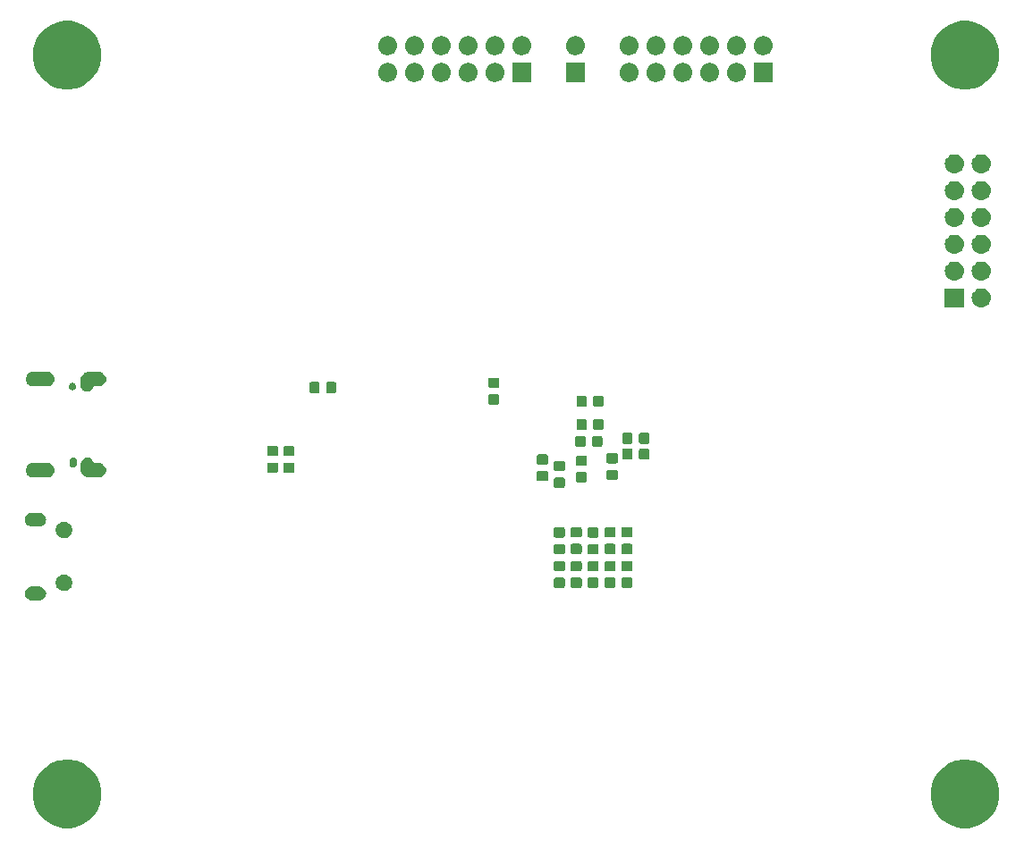
<source format=gbr>
G04 #@! TF.GenerationSoftware,KiCad,Pcbnew,5.0.1*
G04 #@! TF.CreationDate,2018-12-10T08:04:53+01:00*
G04 #@! TF.ProjectId,Kilsyth,4B696C737974682E6B696361645F7063,rev?*
G04 #@! TF.SameCoordinates,Original*
G04 #@! TF.FileFunction,Soldermask,Bot*
G04 #@! TF.FilePolarity,Negative*
%FSLAX46Y46*%
G04 Gerber Fmt 4.6, Leading zero omitted, Abs format (unit mm)*
G04 Created by KiCad (PCBNEW 5.0.1) date Mon 10 Dec 2018 08:04:53 AM CET*
%MOMM*%
%LPD*%
G01*
G04 APERTURE LIST*
%ADD10C,0.100000*%
G04 APERTURE END LIST*
D10*
G36*
X140634239Y-121811467D02*
X140948282Y-121873934D01*
X141539926Y-122119001D01*
X142068802Y-122472385D01*
X142072395Y-122474786D01*
X142525214Y-122927605D01*
X142525216Y-122927608D01*
X142880999Y-123460074D01*
X143126066Y-124051718D01*
X143251000Y-124679804D01*
X143251000Y-125320196D01*
X143126066Y-125948282D01*
X142880999Y-126539926D01*
X142527615Y-127068802D01*
X142525214Y-127072395D01*
X142072395Y-127525214D01*
X142072392Y-127525216D01*
X141539926Y-127880999D01*
X140948282Y-128126066D01*
X140634239Y-128188533D01*
X140320197Y-128251000D01*
X139679803Y-128251000D01*
X139365761Y-128188533D01*
X139051718Y-128126066D01*
X138460074Y-127880999D01*
X137927608Y-127525216D01*
X137927605Y-127525214D01*
X137474786Y-127072395D01*
X137472385Y-127068802D01*
X137119001Y-126539926D01*
X136873934Y-125948282D01*
X136749000Y-125320196D01*
X136749000Y-124679804D01*
X136873934Y-124051718D01*
X137119001Y-123460074D01*
X137474784Y-122927608D01*
X137474786Y-122927605D01*
X137927605Y-122474786D01*
X137931198Y-122472385D01*
X138460074Y-122119001D01*
X139051718Y-121873934D01*
X139365761Y-121811467D01*
X139679803Y-121749000D01*
X140320197Y-121749000D01*
X140634239Y-121811467D01*
X140634239Y-121811467D01*
G37*
G36*
X55634239Y-121811467D02*
X55948282Y-121873934D01*
X56539926Y-122119001D01*
X57068802Y-122472385D01*
X57072395Y-122474786D01*
X57525214Y-122927605D01*
X57525216Y-122927608D01*
X57880999Y-123460074D01*
X58126066Y-124051718D01*
X58251000Y-124679804D01*
X58251000Y-125320196D01*
X58126066Y-125948282D01*
X57880999Y-126539926D01*
X57527615Y-127068802D01*
X57525214Y-127072395D01*
X57072395Y-127525214D01*
X57072392Y-127525216D01*
X56539926Y-127880999D01*
X55948282Y-128126066D01*
X55634239Y-128188533D01*
X55320197Y-128251000D01*
X54679803Y-128251000D01*
X54365761Y-128188533D01*
X54051718Y-128126066D01*
X53460074Y-127880999D01*
X52927608Y-127525216D01*
X52927605Y-127525214D01*
X52474786Y-127072395D01*
X52472385Y-127068802D01*
X52119001Y-126539926D01*
X51873934Y-125948282D01*
X51749000Y-125320196D01*
X51749000Y-124679804D01*
X51873934Y-124051718D01*
X52119001Y-123460074D01*
X52474784Y-122927608D01*
X52474786Y-122927605D01*
X52927605Y-122474786D01*
X52931198Y-122472385D01*
X53460074Y-122119001D01*
X54051718Y-121873934D01*
X54365761Y-121811467D01*
X54679803Y-121749000D01*
X55320197Y-121749000D01*
X55634239Y-121811467D01*
X55634239Y-121811467D01*
G37*
G36*
X52426355Y-105352140D02*
X52490118Y-105358420D01*
X52571927Y-105383237D01*
X52612833Y-105395645D01*
X52629326Y-105404461D01*
X52725926Y-105456095D01*
X52825053Y-105537447D01*
X52906405Y-105636574D01*
X52906406Y-105636576D01*
X52966855Y-105749667D01*
X52966855Y-105749668D01*
X53004080Y-105872382D01*
X53016649Y-106000000D01*
X53004080Y-106127618D01*
X52979263Y-106209427D01*
X52966855Y-106250333D01*
X52913319Y-106350491D01*
X52906405Y-106363426D01*
X52825053Y-106462553D01*
X52725926Y-106543905D01*
X52725924Y-106543906D01*
X52612833Y-106604355D01*
X52571927Y-106616763D01*
X52490118Y-106641580D01*
X52426355Y-106647860D01*
X52394474Y-106651000D01*
X51630526Y-106651000D01*
X51598645Y-106647860D01*
X51534882Y-106641580D01*
X51453073Y-106616763D01*
X51412167Y-106604355D01*
X51299076Y-106543906D01*
X51299074Y-106543905D01*
X51199947Y-106462553D01*
X51118595Y-106363426D01*
X51111681Y-106350491D01*
X51058145Y-106250333D01*
X51045737Y-106209427D01*
X51020920Y-106127618D01*
X51008351Y-106000000D01*
X51020920Y-105872382D01*
X51058145Y-105749668D01*
X51058145Y-105749667D01*
X51118594Y-105636576D01*
X51118595Y-105636574D01*
X51199947Y-105537447D01*
X51299074Y-105456095D01*
X51395674Y-105404461D01*
X51412167Y-105395645D01*
X51453073Y-105383237D01*
X51534882Y-105358420D01*
X51598645Y-105352140D01*
X51630526Y-105349000D01*
X52394474Y-105349000D01*
X52426355Y-105352140D01*
X52426355Y-105352140D01*
G37*
G36*
X54938849Y-104253820D02*
X54938852Y-104253821D01*
X54938851Y-104253821D01*
X55080074Y-104312317D01*
X55080075Y-104312318D01*
X55207174Y-104397243D01*
X55315257Y-104505326D01*
X55315259Y-104505329D01*
X55400183Y-104632426D01*
X55426350Y-104695599D01*
X55458680Y-104773651D01*
X55488500Y-104923569D01*
X55488500Y-105076431D01*
X55458680Y-105226349D01*
X55458679Y-105226351D01*
X55400183Y-105367574D01*
X55400182Y-105367575D01*
X55315257Y-105494674D01*
X55207174Y-105602757D01*
X55207171Y-105602759D01*
X55080074Y-105687683D01*
X54970843Y-105732927D01*
X54938849Y-105746180D01*
X54788931Y-105776000D01*
X54636069Y-105776000D01*
X54486151Y-105746180D01*
X54454157Y-105732927D01*
X54344926Y-105687683D01*
X54217829Y-105602759D01*
X54217826Y-105602757D01*
X54109743Y-105494674D01*
X54024818Y-105367575D01*
X54024817Y-105367574D01*
X53966321Y-105226351D01*
X53966320Y-105226349D01*
X53936500Y-105076431D01*
X53936500Y-104923569D01*
X53966320Y-104773651D01*
X53998650Y-104695599D01*
X54024817Y-104632426D01*
X54109741Y-104505329D01*
X54109743Y-104505326D01*
X54217826Y-104397243D01*
X54344925Y-104312318D01*
X54344926Y-104312317D01*
X54486149Y-104253821D01*
X54486148Y-104253821D01*
X54486151Y-104253820D01*
X54636069Y-104224000D01*
X54788931Y-104224000D01*
X54938849Y-104253820D01*
X54938849Y-104253820D01*
G37*
G36*
X103579591Y-104503085D02*
X103613569Y-104513393D01*
X103644887Y-104530133D01*
X103672339Y-104552661D01*
X103694867Y-104580113D01*
X103711607Y-104611431D01*
X103721915Y-104645409D01*
X103726000Y-104686890D01*
X103726000Y-105288110D01*
X103721915Y-105329591D01*
X103711607Y-105363569D01*
X103694867Y-105394887D01*
X103672339Y-105422339D01*
X103644887Y-105444867D01*
X103613569Y-105461607D01*
X103579591Y-105471915D01*
X103538110Y-105476000D01*
X102861890Y-105476000D01*
X102820409Y-105471915D01*
X102786431Y-105461607D01*
X102755113Y-105444867D01*
X102727661Y-105422339D01*
X102705133Y-105394887D01*
X102688393Y-105363569D01*
X102678085Y-105329591D01*
X102674000Y-105288110D01*
X102674000Y-104686890D01*
X102678085Y-104645409D01*
X102688393Y-104611431D01*
X102705133Y-104580113D01*
X102727661Y-104552661D01*
X102755113Y-104530133D01*
X102786431Y-104513393D01*
X102820409Y-104503085D01*
X102861890Y-104499000D01*
X103538110Y-104499000D01*
X103579591Y-104503085D01*
X103579591Y-104503085D01*
G37*
G36*
X106779591Y-104503085D02*
X106813569Y-104513393D01*
X106844887Y-104530133D01*
X106872339Y-104552661D01*
X106894867Y-104580113D01*
X106911607Y-104611431D01*
X106921915Y-104645409D01*
X106926000Y-104686890D01*
X106926000Y-105288110D01*
X106921915Y-105329591D01*
X106911607Y-105363569D01*
X106894867Y-105394887D01*
X106872339Y-105422339D01*
X106844887Y-105444867D01*
X106813569Y-105461607D01*
X106779591Y-105471915D01*
X106738110Y-105476000D01*
X106061890Y-105476000D01*
X106020409Y-105471915D01*
X105986431Y-105461607D01*
X105955113Y-105444867D01*
X105927661Y-105422339D01*
X105905133Y-105394887D01*
X105888393Y-105363569D01*
X105878085Y-105329591D01*
X105874000Y-105288110D01*
X105874000Y-104686890D01*
X105878085Y-104645409D01*
X105888393Y-104611431D01*
X105905133Y-104580113D01*
X105927661Y-104552661D01*
X105955113Y-104530133D01*
X105986431Y-104513393D01*
X106020409Y-104503085D01*
X106061890Y-104499000D01*
X106738110Y-104499000D01*
X106779591Y-104503085D01*
X106779591Y-104503085D01*
G37*
G36*
X108379591Y-104503085D02*
X108413569Y-104513393D01*
X108444887Y-104530133D01*
X108472339Y-104552661D01*
X108494867Y-104580113D01*
X108511607Y-104611431D01*
X108521915Y-104645409D01*
X108526000Y-104686890D01*
X108526000Y-105288110D01*
X108521915Y-105329591D01*
X108511607Y-105363569D01*
X108494867Y-105394887D01*
X108472339Y-105422339D01*
X108444887Y-105444867D01*
X108413569Y-105461607D01*
X108379591Y-105471915D01*
X108338110Y-105476000D01*
X107661890Y-105476000D01*
X107620409Y-105471915D01*
X107586431Y-105461607D01*
X107555113Y-105444867D01*
X107527661Y-105422339D01*
X107505133Y-105394887D01*
X107488393Y-105363569D01*
X107478085Y-105329591D01*
X107474000Y-105288110D01*
X107474000Y-104686890D01*
X107478085Y-104645409D01*
X107488393Y-104611431D01*
X107505133Y-104580113D01*
X107527661Y-104552661D01*
X107555113Y-104530133D01*
X107586431Y-104513393D01*
X107620409Y-104503085D01*
X107661890Y-104499000D01*
X108338110Y-104499000D01*
X108379591Y-104503085D01*
X108379591Y-104503085D01*
G37*
G36*
X101979591Y-104503085D02*
X102013569Y-104513393D01*
X102044887Y-104530133D01*
X102072339Y-104552661D01*
X102094867Y-104580113D01*
X102111607Y-104611431D01*
X102121915Y-104645409D01*
X102126000Y-104686890D01*
X102126000Y-105288110D01*
X102121915Y-105329591D01*
X102111607Y-105363569D01*
X102094867Y-105394887D01*
X102072339Y-105422339D01*
X102044887Y-105444867D01*
X102013569Y-105461607D01*
X101979591Y-105471915D01*
X101938110Y-105476000D01*
X101261890Y-105476000D01*
X101220409Y-105471915D01*
X101186431Y-105461607D01*
X101155113Y-105444867D01*
X101127661Y-105422339D01*
X101105133Y-105394887D01*
X101088393Y-105363569D01*
X101078085Y-105329591D01*
X101074000Y-105288110D01*
X101074000Y-104686890D01*
X101078085Y-104645409D01*
X101088393Y-104611431D01*
X101105133Y-104580113D01*
X101127661Y-104552661D01*
X101155113Y-104530133D01*
X101186431Y-104513393D01*
X101220409Y-104503085D01*
X101261890Y-104499000D01*
X101938110Y-104499000D01*
X101979591Y-104503085D01*
X101979591Y-104503085D01*
G37*
G36*
X105179591Y-104503085D02*
X105213569Y-104513393D01*
X105244887Y-104530133D01*
X105272339Y-104552661D01*
X105294867Y-104580113D01*
X105311607Y-104611431D01*
X105321915Y-104645409D01*
X105326000Y-104686890D01*
X105326000Y-105288110D01*
X105321915Y-105329591D01*
X105311607Y-105363569D01*
X105294867Y-105394887D01*
X105272339Y-105422339D01*
X105244887Y-105444867D01*
X105213569Y-105461607D01*
X105179591Y-105471915D01*
X105138110Y-105476000D01*
X104461890Y-105476000D01*
X104420409Y-105471915D01*
X104386431Y-105461607D01*
X104355113Y-105444867D01*
X104327661Y-105422339D01*
X104305133Y-105394887D01*
X104288393Y-105363569D01*
X104278085Y-105329591D01*
X104274000Y-105288110D01*
X104274000Y-104686890D01*
X104278085Y-104645409D01*
X104288393Y-104611431D01*
X104305133Y-104580113D01*
X104327661Y-104552661D01*
X104355113Y-104530133D01*
X104386431Y-104513393D01*
X104420409Y-104503085D01*
X104461890Y-104499000D01*
X105138110Y-104499000D01*
X105179591Y-104503085D01*
X105179591Y-104503085D01*
G37*
G36*
X101979591Y-102928085D02*
X102013569Y-102938393D01*
X102044887Y-102955133D01*
X102072339Y-102977661D01*
X102094867Y-103005113D01*
X102111607Y-103036431D01*
X102121915Y-103070409D01*
X102126000Y-103111890D01*
X102126000Y-103713110D01*
X102121915Y-103754591D01*
X102111607Y-103788569D01*
X102094867Y-103819887D01*
X102072339Y-103847339D01*
X102044887Y-103869867D01*
X102013569Y-103886607D01*
X101979591Y-103896915D01*
X101938110Y-103901000D01*
X101261890Y-103901000D01*
X101220409Y-103896915D01*
X101186431Y-103886607D01*
X101155113Y-103869867D01*
X101127661Y-103847339D01*
X101105133Y-103819887D01*
X101088393Y-103788569D01*
X101078085Y-103754591D01*
X101074000Y-103713110D01*
X101074000Y-103111890D01*
X101078085Y-103070409D01*
X101088393Y-103036431D01*
X101105133Y-103005113D01*
X101127661Y-102977661D01*
X101155113Y-102955133D01*
X101186431Y-102938393D01*
X101220409Y-102928085D01*
X101261890Y-102924000D01*
X101938110Y-102924000D01*
X101979591Y-102928085D01*
X101979591Y-102928085D01*
G37*
G36*
X103579591Y-102928085D02*
X103613569Y-102938393D01*
X103644887Y-102955133D01*
X103672339Y-102977661D01*
X103694867Y-103005113D01*
X103711607Y-103036431D01*
X103721915Y-103070409D01*
X103726000Y-103111890D01*
X103726000Y-103713110D01*
X103721915Y-103754591D01*
X103711607Y-103788569D01*
X103694867Y-103819887D01*
X103672339Y-103847339D01*
X103644887Y-103869867D01*
X103613569Y-103886607D01*
X103579591Y-103896915D01*
X103538110Y-103901000D01*
X102861890Y-103901000D01*
X102820409Y-103896915D01*
X102786431Y-103886607D01*
X102755113Y-103869867D01*
X102727661Y-103847339D01*
X102705133Y-103819887D01*
X102688393Y-103788569D01*
X102678085Y-103754591D01*
X102674000Y-103713110D01*
X102674000Y-103111890D01*
X102678085Y-103070409D01*
X102688393Y-103036431D01*
X102705133Y-103005113D01*
X102727661Y-102977661D01*
X102755113Y-102955133D01*
X102786431Y-102938393D01*
X102820409Y-102928085D01*
X102861890Y-102924000D01*
X103538110Y-102924000D01*
X103579591Y-102928085D01*
X103579591Y-102928085D01*
G37*
G36*
X105179591Y-102928085D02*
X105213569Y-102938393D01*
X105244887Y-102955133D01*
X105272339Y-102977661D01*
X105294867Y-103005113D01*
X105311607Y-103036431D01*
X105321915Y-103070409D01*
X105326000Y-103111890D01*
X105326000Y-103713110D01*
X105321915Y-103754591D01*
X105311607Y-103788569D01*
X105294867Y-103819887D01*
X105272339Y-103847339D01*
X105244887Y-103869867D01*
X105213569Y-103886607D01*
X105179591Y-103896915D01*
X105138110Y-103901000D01*
X104461890Y-103901000D01*
X104420409Y-103896915D01*
X104386431Y-103886607D01*
X104355113Y-103869867D01*
X104327661Y-103847339D01*
X104305133Y-103819887D01*
X104288393Y-103788569D01*
X104278085Y-103754591D01*
X104274000Y-103713110D01*
X104274000Y-103111890D01*
X104278085Y-103070409D01*
X104288393Y-103036431D01*
X104305133Y-103005113D01*
X104327661Y-102977661D01*
X104355113Y-102955133D01*
X104386431Y-102938393D01*
X104420409Y-102928085D01*
X104461890Y-102924000D01*
X105138110Y-102924000D01*
X105179591Y-102928085D01*
X105179591Y-102928085D01*
G37*
G36*
X108379591Y-102928085D02*
X108413569Y-102938393D01*
X108444887Y-102955133D01*
X108472339Y-102977661D01*
X108494867Y-103005113D01*
X108511607Y-103036431D01*
X108521915Y-103070409D01*
X108526000Y-103111890D01*
X108526000Y-103713110D01*
X108521915Y-103754591D01*
X108511607Y-103788569D01*
X108494867Y-103819887D01*
X108472339Y-103847339D01*
X108444887Y-103869867D01*
X108413569Y-103886607D01*
X108379591Y-103896915D01*
X108338110Y-103901000D01*
X107661890Y-103901000D01*
X107620409Y-103896915D01*
X107586431Y-103886607D01*
X107555113Y-103869867D01*
X107527661Y-103847339D01*
X107505133Y-103819887D01*
X107488393Y-103788569D01*
X107478085Y-103754591D01*
X107474000Y-103713110D01*
X107474000Y-103111890D01*
X107478085Y-103070409D01*
X107488393Y-103036431D01*
X107505133Y-103005113D01*
X107527661Y-102977661D01*
X107555113Y-102955133D01*
X107586431Y-102938393D01*
X107620409Y-102928085D01*
X107661890Y-102924000D01*
X108338110Y-102924000D01*
X108379591Y-102928085D01*
X108379591Y-102928085D01*
G37*
G36*
X106779591Y-102928085D02*
X106813569Y-102938393D01*
X106844887Y-102955133D01*
X106872339Y-102977661D01*
X106894867Y-103005113D01*
X106911607Y-103036431D01*
X106921915Y-103070409D01*
X106926000Y-103111890D01*
X106926000Y-103713110D01*
X106921915Y-103754591D01*
X106911607Y-103788569D01*
X106894867Y-103819887D01*
X106872339Y-103847339D01*
X106844887Y-103869867D01*
X106813569Y-103886607D01*
X106779591Y-103896915D01*
X106738110Y-103901000D01*
X106061890Y-103901000D01*
X106020409Y-103896915D01*
X105986431Y-103886607D01*
X105955113Y-103869867D01*
X105927661Y-103847339D01*
X105905133Y-103819887D01*
X105888393Y-103788569D01*
X105878085Y-103754591D01*
X105874000Y-103713110D01*
X105874000Y-103111890D01*
X105878085Y-103070409D01*
X105888393Y-103036431D01*
X105905133Y-103005113D01*
X105927661Y-102977661D01*
X105955113Y-102955133D01*
X105986431Y-102938393D01*
X106020409Y-102928085D01*
X106061890Y-102924000D01*
X106738110Y-102924000D01*
X106779591Y-102928085D01*
X106779591Y-102928085D01*
G37*
G36*
X105179591Y-101315585D02*
X105213569Y-101325893D01*
X105244887Y-101342633D01*
X105272339Y-101365161D01*
X105294867Y-101392613D01*
X105311607Y-101423931D01*
X105321915Y-101457909D01*
X105326000Y-101499390D01*
X105326000Y-102100610D01*
X105321915Y-102142091D01*
X105311607Y-102176069D01*
X105294867Y-102207387D01*
X105272339Y-102234839D01*
X105244887Y-102257367D01*
X105213569Y-102274107D01*
X105179591Y-102284415D01*
X105138110Y-102288500D01*
X104461890Y-102288500D01*
X104420409Y-102284415D01*
X104386431Y-102274107D01*
X104355113Y-102257367D01*
X104327661Y-102234839D01*
X104305133Y-102207387D01*
X104288393Y-102176069D01*
X104278085Y-102142091D01*
X104274000Y-102100610D01*
X104274000Y-101499390D01*
X104278085Y-101457909D01*
X104288393Y-101423931D01*
X104305133Y-101392613D01*
X104327661Y-101365161D01*
X104355113Y-101342633D01*
X104386431Y-101325893D01*
X104420409Y-101315585D01*
X104461890Y-101311500D01*
X105138110Y-101311500D01*
X105179591Y-101315585D01*
X105179591Y-101315585D01*
G37*
G36*
X101979591Y-101315585D02*
X102013569Y-101325893D01*
X102044887Y-101342633D01*
X102072339Y-101365161D01*
X102094867Y-101392613D01*
X102111607Y-101423931D01*
X102121915Y-101457909D01*
X102126000Y-101499390D01*
X102126000Y-102100610D01*
X102121915Y-102142091D01*
X102111607Y-102176069D01*
X102094867Y-102207387D01*
X102072339Y-102234839D01*
X102044887Y-102257367D01*
X102013569Y-102274107D01*
X101979591Y-102284415D01*
X101938110Y-102288500D01*
X101261890Y-102288500D01*
X101220409Y-102284415D01*
X101186431Y-102274107D01*
X101155113Y-102257367D01*
X101127661Y-102234839D01*
X101105133Y-102207387D01*
X101088393Y-102176069D01*
X101078085Y-102142091D01*
X101074000Y-102100610D01*
X101074000Y-101499390D01*
X101078085Y-101457909D01*
X101088393Y-101423931D01*
X101105133Y-101392613D01*
X101127661Y-101365161D01*
X101155113Y-101342633D01*
X101186431Y-101325893D01*
X101220409Y-101315585D01*
X101261890Y-101311500D01*
X101938110Y-101311500D01*
X101979591Y-101315585D01*
X101979591Y-101315585D01*
G37*
G36*
X106779591Y-101303085D02*
X106813569Y-101313393D01*
X106844887Y-101330133D01*
X106872339Y-101352661D01*
X106894867Y-101380113D01*
X106911607Y-101411431D01*
X106921915Y-101445409D01*
X106926000Y-101486890D01*
X106926000Y-102088110D01*
X106921915Y-102129591D01*
X106911607Y-102163569D01*
X106894867Y-102194887D01*
X106872339Y-102222339D01*
X106844887Y-102244867D01*
X106813569Y-102261607D01*
X106779591Y-102271915D01*
X106738110Y-102276000D01*
X106061890Y-102276000D01*
X106020409Y-102271915D01*
X105986431Y-102261607D01*
X105955113Y-102244867D01*
X105927661Y-102222339D01*
X105905133Y-102194887D01*
X105888393Y-102163569D01*
X105878085Y-102129591D01*
X105874000Y-102088110D01*
X105874000Y-101486890D01*
X105878085Y-101445409D01*
X105888393Y-101411431D01*
X105905133Y-101380113D01*
X105927661Y-101352661D01*
X105955113Y-101330133D01*
X105986431Y-101313393D01*
X106020409Y-101303085D01*
X106061890Y-101299000D01*
X106738110Y-101299000D01*
X106779591Y-101303085D01*
X106779591Y-101303085D01*
G37*
G36*
X108379591Y-101303085D02*
X108413569Y-101313393D01*
X108444887Y-101330133D01*
X108472339Y-101352661D01*
X108494867Y-101380113D01*
X108511607Y-101411431D01*
X108521915Y-101445409D01*
X108526000Y-101486890D01*
X108526000Y-102088110D01*
X108521915Y-102129591D01*
X108511607Y-102163569D01*
X108494867Y-102194887D01*
X108472339Y-102222339D01*
X108444887Y-102244867D01*
X108413569Y-102261607D01*
X108379591Y-102271915D01*
X108338110Y-102276000D01*
X107661890Y-102276000D01*
X107620409Y-102271915D01*
X107586431Y-102261607D01*
X107555113Y-102244867D01*
X107527661Y-102222339D01*
X107505133Y-102194887D01*
X107488393Y-102163569D01*
X107478085Y-102129591D01*
X107474000Y-102088110D01*
X107474000Y-101486890D01*
X107478085Y-101445409D01*
X107488393Y-101411431D01*
X107505133Y-101380113D01*
X107527661Y-101352661D01*
X107555113Y-101330133D01*
X107586431Y-101313393D01*
X107620409Y-101303085D01*
X107661890Y-101299000D01*
X108338110Y-101299000D01*
X108379591Y-101303085D01*
X108379591Y-101303085D01*
G37*
G36*
X103579591Y-101303085D02*
X103613569Y-101313393D01*
X103644887Y-101330133D01*
X103672339Y-101352661D01*
X103694867Y-101380113D01*
X103711607Y-101411431D01*
X103721915Y-101445409D01*
X103726000Y-101486890D01*
X103726000Y-102088110D01*
X103721915Y-102129591D01*
X103711607Y-102163569D01*
X103694867Y-102194887D01*
X103672339Y-102222339D01*
X103644887Y-102244867D01*
X103613569Y-102261607D01*
X103579591Y-102271915D01*
X103538110Y-102276000D01*
X102861890Y-102276000D01*
X102820409Y-102271915D01*
X102786431Y-102261607D01*
X102755113Y-102244867D01*
X102727661Y-102222339D01*
X102705133Y-102194887D01*
X102688393Y-102163569D01*
X102678085Y-102129591D01*
X102674000Y-102088110D01*
X102674000Y-101486890D01*
X102678085Y-101445409D01*
X102688393Y-101411431D01*
X102705133Y-101380113D01*
X102727661Y-101352661D01*
X102755113Y-101330133D01*
X102786431Y-101313393D01*
X102820409Y-101303085D01*
X102861890Y-101299000D01*
X103538110Y-101299000D01*
X103579591Y-101303085D01*
X103579591Y-101303085D01*
G37*
G36*
X54938849Y-99253820D02*
X54938852Y-99253821D01*
X54938851Y-99253821D01*
X55080074Y-99312317D01*
X55205456Y-99396095D01*
X55207174Y-99397243D01*
X55315257Y-99505326D01*
X55315259Y-99505329D01*
X55400183Y-99632426D01*
X55444076Y-99738393D01*
X55458680Y-99773651D01*
X55488500Y-99923569D01*
X55488500Y-100076431D01*
X55458680Y-100226349D01*
X55458679Y-100226351D01*
X55400183Y-100367574D01*
X55400182Y-100367575D01*
X55315257Y-100494674D01*
X55207174Y-100602757D01*
X55207171Y-100602759D01*
X55080074Y-100687683D01*
X54970843Y-100732927D01*
X54938849Y-100746180D01*
X54788931Y-100776000D01*
X54636069Y-100776000D01*
X54486151Y-100746180D01*
X54454157Y-100732927D01*
X54344926Y-100687683D01*
X54217829Y-100602759D01*
X54217826Y-100602757D01*
X54109743Y-100494674D01*
X54024818Y-100367575D01*
X54024817Y-100367574D01*
X53966321Y-100226351D01*
X53966320Y-100226349D01*
X53936500Y-100076431D01*
X53936500Y-99923569D01*
X53966320Y-99773651D01*
X53980924Y-99738393D01*
X54024817Y-99632426D01*
X54109741Y-99505329D01*
X54109743Y-99505326D01*
X54217826Y-99397243D01*
X54219544Y-99396095D01*
X54344926Y-99312317D01*
X54486149Y-99253821D01*
X54486148Y-99253821D01*
X54486151Y-99253820D01*
X54636069Y-99224000D01*
X54788931Y-99224000D01*
X54938849Y-99253820D01*
X54938849Y-99253820D01*
G37*
G36*
X101979591Y-99740585D02*
X102013569Y-99750893D01*
X102044887Y-99767633D01*
X102072339Y-99790161D01*
X102094867Y-99817613D01*
X102111607Y-99848931D01*
X102121915Y-99882909D01*
X102126000Y-99924390D01*
X102126000Y-100525610D01*
X102121915Y-100567091D01*
X102111607Y-100601069D01*
X102094867Y-100632387D01*
X102072339Y-100659839D01*
X102044887Y-100682367D01*
X102013569Y-100699107D01*
X101979591Y-100709415D01*
X101938110Y-100713500D01*
X101261890Y-100713500D01*
X101220409Y-100709415D01*
X101186431Y-100699107D01*
X101155113Y-100682367D01*
X101127661Y-100659839D01*
X101105133Y-100632387D01*
X101088393Y-100601069D01*
X101078085Y-100567091D01*
X101074000Y-100525610D01*
X101074000Y-99924390D01*
X101078085Y-99882909D01*
X101088393Y-99848931D01*
X101105133Y-99817613D01*
X101127661Y-99790161D01*
X101155113Y-99767633D01*
X101186431Y-99750893D01*
X101220409Y-99740585D01*
X101261890Y-99736500D01*
X101938110Y-99736500D01*
X101979591Y-99740585D01*
X101979591Y-99740585D01*
G37*
G36*
X105179591Y-99740585D02*
X105213569Y-99750893D01*
X105244887Y-99767633D01*
X105272339Y-99790161D01*
X105294867Y-99817613D01*
X105311607Y-99848931D01*
X105321915Y-99882909D01*
X105326000Y-99924390D01*
X105326000Y-100525610D01*
X105321915Y-100567091D01*
X105311607Y-100601069D01*
X105294867Y-100632387D01*
X105272339Y-100659839D01*
X105244887Y-100682367D01*
X105213569Y-100699107D01*
X105179591Y-100709415D01*
X105138110Y-100713500D01*
X104461890Y-100713500D01*
X104420409Y-100709415D01*
X104386431Y-100699107D01*
X104355113Y-100682367D01*
X104327661Y-100659839D01*
X104305133Y-100632387D01*
X104288393Y-100601069D01*
X104278085Y-100567091D01*
X104274000Y-100525610D01*
X104274000Y-99924390D01*
X104278085Y-99882909D01*
X104288393Y-99848931D01*
X104305133Y-99817613D01*
X104327661Y-99790161D01*
X104355113Y-99767633D01*
X104386431Y-99750893D01*
X104420409Y-99740585D01*
X104461890Y-99736500D01*
X105138110Y-99736500D01*
X105179591Y-99740585D01*
X105179591Y-99740585D01*
G37*
G36*
X106779591Y-99728085D02*
X106813569Y-99738393D01*
X106844887Y-99755133D01*
X106872339Y-99777661D01*
X106894867Y-99805113D01*
X106911607Y-99836431D01*
X106921915Y-99870409D01*
X106926000Y-99911890D01*
X106926000Y-100513110D01*
X106921915Y-100554591D01*
X106911607Y-100588569D01*
X106894867Y-100619887D01*
X106872339Y-100647339D01*
X106844887Y-100669867D01*
X106813569Y-100686607D01*
X106779591Y-100696915D01*
X106738110Y-100701000D01*
X106061890Y-100701000D01*
X106020409Y-100696915D01*
X105986431Y-100686607D01*
X105955113Y-100669867D01*
X105927661Y-100647339D01*
X105905133Y-100619887D01*
X105888393Y-100588569D01*
X105878085Y-100554591D01*
X105874000Y-100513110D01*
X105874000Y-99911890D01*
X105878085Y-99870409D01*
X105888393Y-99836431D01*
X105905133Y-99805113D01*
X105927661Y-99777661D01*
X105955113Y-99755133D01*
X105986431Y-99738393D01*
X106020409Y-99728085D01*
X106061890Y-99724000D01*
X106738110Y-99724000D01*
X106779591Y-99728085D01*
X106779591Y-99728085D01*
G37*
G36*
X103579591Y-99728085D02*
X103613569Y-99738393D01*
X103644887Y-99755133D01*
X103672339Y-99777661D01*
X103694867Y-99805113D01*
X103711607Y-99836431D01*
X103721915Y-99870409D01*
X103726000Y-99911890D01*
X103726000Y-100513110D01*
X103721915Y-100554591D01*
X103711607Y-100588569D01*
X103694867Y-100619887D01*
X103672339Y-100647339D01*
X103644887Y-100669867D01*
X103613569Y-100686607D01*
X103579591Y-100696915D01*
X103538110Y-100701000D01*
X102861890Y-100701000D01*
X102820409Y-100696915D01*
X102786431Y-100686607D01*
X102755113Y-100669867D01*
X102727661Y-100647339D01*
X102705133Y-100619887D01*
X102688393Y-100588569D01*
X102678085Y-100554591D01*
X102674000Y-100513110D01*
X102674000Y-99911890D01*
X102678085Y-99870409D01*
X102688393Y-99836431D01*
X102705133Y-99805113D01*
X102727661Y-99777661D01*
X102755113Y-99755133D01*
X102786431Y-99738393D01*
X102820409Y-99728085D01*
X102861890Y-99724000D01*
X103538110Y-99724000D01*
X103579591Y-99728085D01*
X103579591Y-99728085D01*
G37*
G36*
X108379591Y-99728085D02*
X108413569Y-99738393D01*
X108444887Y-99755133D01*
X108472339Y-99777661D01*
X108494867Y-99805113D01*
X108511607Y-99836431D01*
X108521915Y-99870409D01*
X108526000Y-99911890D01*
X108526000Y-100513110D01*
X108521915Y-100554591D01*
X108511607Y-100588569D01*
X108494867Y-100619887D01*
X108472339Y-100647339D01*
X108444887Y-100669867D01*
X108413569Y-100686607D01*
X108379591Y-100696915D01*
X108338110Y-100701000D01*
X107661890Y-100701000D01*
X107620409Y-100696915D01*
X107586431Y-100686607D01*
X107555113Y-100669867D01*
X107527661Y-100647339D01*
X107505133Y-100619887D01*
X107488393Y-100588569D01*
X107478085Y-100554591D01*
X107474000Y-100513110D01*
X107474000Y-99911890D01*
X107478085Y-99870409D01*
X107488393Y-99836431D01*
X107505133Y-99805113D01*
X107527661Y-99777661D01*
X107555113Y-99755133D01*
X107586431Y-99738393D01*
X107620409Y-99728085D01*
X107661890Y-99724000D01*
X108338110Y-99724000D01*
X108379591Y-99728085D01*
X108379591Y-99728085D01*
G37*
G36*
X52426355Y-98352140D02*
X52490118Y-98358420D01*
X52571927Y-98383237D01*
X52612833Y-98395645D01*
X52712991Y-98449181D01*
X52725926Y-98456095D01*
X52825053Y-98537447D01*
X52906405Y-98636574D01*
X52906406Y-98636576D01*
X52966855Y-98749667D01*
X52966855Y-98749668D01*
X53004080Y-98872382D01*
X53016649Y-99000000D01*
X53004080Y-99127618D01*
X52979263Y-99209427D01*
X52966855Y-99250333D01*
X52933723Y-99312318D01*
X52906405Y-99363426D01*
X52825053Y-99462553D01*
X52725926Y-99543905D01*
X52725924Y-99543906D01*
X52612833Y-99604355D01*
X52571927Y-99616763D01*
X52490118Y-99641580D01*
X52426355Y-99647860D01*
X52394474Y-99651000D01*
X51630526Y-99651000D01*
X51598645Y-99647860D01*
X51534882Y-99641580D01*
X51453073Y-99616763D01*
X51412167Y-99604355D01*
X51299076Y-99543906D01*
X51299074Y-99543905D01*
X51199947Y-99462553D01*
X51118595Y-99363426D01*
X51091277Y-99312318D01*
X51058145Y-99250333D01*
X51045737Y-99209427D01*
X51020920Y-99127618D01*
X51008351Y-99000000D01*
X51020920Y-98872382D01*
X51058145Y-98749668D01*
X51058145Y-98749667D01*
X51118594Y-98636576D01*
X51118595Y-98636574D01*
X51199947Y-98537447D01*
X51299074Y-98456095D01*
X51312009Y-98449181D01*
X51412167Y-98395645D01*
X51453073Y-98383237D01*
X51534882Y-98358420D01*
X51598645Y-98352140D01*
X51630526Y-98349000D01*
X52394474Y-98349000D01*
X52426355Y-98352140D01*
X52426355Y-98352140D01*
G37*
G36*
X101979591Y-95015585D02*
X102013569Y-95025893D01*
X102044887Y-95042633D01*
X102072339Y-95065161D01*
X102094867Y-95092613D01*
X102111607Y-95123931D01*
X102121915Y-95157909D01*
X102126000Y-95199390D01*
X102126000Y-95800610D01*
X102121915Y-95842091D01*
X102111607Y-95876069D01*
X102094867Y-95907387D01*
X102072339Y-95934839D01*
X102044887Y-95957367D01*
X102013569Y-95974107D01*
X101979591Y-95984415D01*
X101938110Y-95988500D01*
X101261890Y-95988500D01*
X101220409Y-95984415D01*
X101186431Y-95974107D01*
X101155113Y-95957367D01*
X101127661Y-95934839D01*
X101105133Y-95907387D01*
X101088393Y-95876069D01*
X101078085Y-95842091D01*
X101074000Y-95800610D01*
X101074000Y-95199390D01*
X101078085Y-95157909D01*
X101088393Y-95123931D01*
X101105133Y-95092613D01*
X101127661Y-95065161D01*
X101155113Y-95042633D01*
X101186431Y-95025893D01*
X101220409Y-95015585D01*
X101261890Y-95011500D01*
X101938110Y-95011500D01*
X101979591Y-95015585D01*
X101979591Y-95015585D01*
G37*
G36*
X104079591Y-94515585D02*
X104113569Y-94525893D01*
X104144887Y-94542633D01*
X104172339Y-94565161D01*
X104194867Y-94592613D01*
X104211607Y-94623931D01*
X104221915Y-94657909D01*
X104226000Y-94699390D01*
X104226000Y-95300610D01*
X104221915Y-95342091D01*
X104211607Y-95376069D01*
X104194867Y-95407387D01*
X104172339Y-95434839D01*
X104144887Y-95457367D01*
X104113569Y-95474107D01*
X104079591Y-95484415D01*
X104038110Y-95488500D01*
X103361890Y-95488500D01*
X103320409Y-95484415D01*
X103286431Y-95474107D01*
X103255113Y-95457367D01*
X103227661Y-95434839D01*
X103205133Y-95407387D01*
X103188393Y-95376069D01*
X103178085Y-95342091D01*
X103174000Y-95300610D01*
X103174000Y-94699390D01*
X103178085Y-94657909D01*
X103188393Y-94623931D01*
X103205133Y-94592613D01*
X103227661Y-94565161D01*
X103255113Y-94542633D01*
X103286431Y-94525893D01*
X103320409Y-94515585D01*
X103361890Y-94511500D01*
X104038110Y-94511500D01*
X104079591Y-94515585D01*
X104079591Y-94515585D01*
G37*
G36*
X100379591Y-94403085D02*
X100413569Y-94413393D01*
X100444887Y-94430133D01*
X100472339Y-94452661D01*
X100494867Y-94480113D01*
X100511607Y-94511431D01*
X100521915Y-94545409D01*
X100526000Y-94586890D01*
X100526000Y-95188110D01*
X100521915Y-95229591D01*
X100511607Y-95263569D01*
X100494867Y-95294887D01*
X100472339Y-95322339D01*
X100444887Y-95344867D01*
X100413569Y-95361607D01*
X100379591Y-95371915D01*
X100338110Y-95376000D01*
X99661890Y-95376000D01*
X99620409Y-95371915D01*
X99586431Y-95361607D01*
X99555113Y-95344867D01*
X99527661Y-95322339D01*
X99505133Y-95294887D01*
X99488393Y-95263569D01*
X99478085Y-95229591D01*
X99474000Y-95188110D01*
X99474000Y-94586890D01*
X99478085Y-94545409D01*
X99488393Y-94511431D01*
X99505133Y-94480113D01*
X99527661Y-94452661D01*
X99555113Y-94430133D01*
X99586431Y-94413393D01*
X99620409Y-94403085D01*
X99661890Y-94399000D01*
X100338110Y-94399000D01*
X100379591Y-94403085D01*
X100379591Y-94403085D01*
G37*
G36*
X106979591Y-94290585D02*
X107013569Y-94300893D01*
X107044887Y-94317633D01*
X107072339Y-94340161D01*
X107094867Y-94367613D01*
X107111607Y-94398931D01*
X107121915Y-94432909D01*
X107126000Y-94474390D01*
X107126000Y-95075610D01*
X107121915Y-95117091D01*
X107111607Y-95151069D01*
X107094867Y-95182387D01*
X107072339Y-95209839D01*
X107044887Y-95232367D01*
X107013569Y-95249107D01*
X106979591Y-95259415D01*
X106938110Y-95263500D01*
X106261890Y-95263500D01*
X106220409Y-95259415D01*
X106186431Y-95249107D01*
X106155113Y-95232367D01*
X106127661Y-95209839D01*
X106105133Y-95182387D01*
X106088393Y-95151069D01*
X106078085Y-95117091D01*
X106074000Y-95075610D01*
X106074000Y-94474390D01*
X106078085Y-94432909D01*
X106088393Y-94398931D01*
X106105133Y-94367613D01*
X106127661Y-94340161D01*
X106155113Y-94317633D01*
X106186431Y-94300893D01*
X106220409Y-94290585D01*
X106261890Y-94286500D01*
X106938110Y-94286500D01*
X106979591Y-94290585D01*
X106979591Y-94290585D01*
G37*
G36*
X53237421Y-93629143D02*
X53369557Y-93669227D01*
X53369559Y-93669228D01*
X53491339Y-93734320D01*
X53598080Y-93821920D01*
X53685680Y-93928661D01*
X53733569Y-94018257D01*
X53750773Y-94050443D01*
X53790857Y-94182579D01*
X53804391Y-94320000D01*
X53790857Y-94457421D01*
X53752750Y-94583039D01*
X53750772Y-94589559D01*
X53685680Y-94711339D01*
X53598080Y-94818080D01*
X53491339Y-94905680D01*
X53386756Y-94961580D01*
X53369557Y-94970773D01*
X53237421Y-95010857D01*
X53134432Y-95021000D01*
X51765568Y-95021000D01*
X51662579Y-95010857D01*
X51530443Y-94970773D01*
X51513244Y-94961580D01*
X51408661Y-94905680D01*
X51301920Y-94818080D01*
X51214320Y-94711339D01*
X51149228Y-94589559D01*
X51147250Y-94583039D01*
X51109143Y-94457421D01*
X51095609Y-94320000D01*
X51109143Y-94182579D01*
X51149227Y-94050443D01*
X51166431Y-94018257D01*
X51214320Y-93928661D01*
X51301920Y-93821920D01*
X51408661Y-93734320D01*
X51530441Y-93669228D01*
X51530443Y-93669227D01*
X51662579Y-93629143D01*
X51765568Y-93619000D01*
X53134432Y-93619000D01*
X53237421Y-93629143D01*
X53237421Y-93629143D01*
G37*
G36*
X57027818Y-93112696D02*
X57141105Y-93147062D01*
X57245513Y-93202869D01*
X57337027Y-93277973D01*
X57412131Y-93369487D01*
X57467938Y-93473895D01*
X57500212Y-93580286D01*
X57509589Y-93602925D01*
X57523203Y-93623300D01*
X57540531Y-93640627D01*
X57560905Y-93654241D01*
X57583544Y-93663618D01*
X57619829Y-93669000D01*
X58081974Y-93669000D01*
X58113855Y-93672140D01*
X58177618Y-93678420D01*
X58259427Y-93703237D01*
X58300333Y-93715645D01*
X58364194Y-93749780D01*
X58413426Y-93776095D01*
X58512553Y-93857447D01*
X58593905Y-93956574D01*
X58593906Y-93956576D01*
X58654355Y-94069667D01*
X58656791Y-94077698D01*
X58691580Y-94192382D01*
X58704149Y-94320000D01*
X58691580Y-94447618D01*
X58670962Y-94515585D01*
X58654355Y-94570333D01*
X58647563Y-94583039D01*
X58593905Y-94683426D01*
X58512553Y-94782553D01*
X58413426Y-94863905D01*
X58413424Y-94863906D01*
X58300333Y-94924355D01*
X58259427Y-94936763D01*
X58177618Y-94961580D01*
X58113855Y-94967860D01*
X58081974Y-94971000D01*
X56918026Y-94971000D01*
X56886145Y-94967860D01*
X56822382Y-94961580D01*
X56740573Y-94936763D01*
X56699667Y-94924355D01*
X56586576Y-94863906D01*
X56586574Y-94863905D01*
X56487447Y-94782553D01*
X56406095Y-94683426D01*
X56352437Y-94583039D01*
X56345645Y-94570333D01*
X56329038Y-94515585D01*
X56308420Y-94447618D01*
X56295851Y-94320000D01*
X56308398Y-94192603D01*
X56309000Y-94180356D01*
X56309000Y-93675481D01*
X56317696Y-93587182D01*
X56352061Y-93473898D01*
X56407871Y-93369486D01*
X56482974Y-93277973D01*
X56574488Y-93202869D01*
X56678896Y-93147062D01*
X56792183Y-93112696D01*
X56910000Y-93101093D01*
X57027818Y-93112696D01*
X57027818Y-93112696D01*
G37*
G36*
X76379591Y-93603085D02*
X76413569Y-93613393D01*
X76444887Y-93630133D01*
X76472339Y-93652661D01*
X76494867Y-93680113D01*
X76511607Y-93711431D01*
X76521915Y-93745409D01*
X76526000Y-93786890D01*
X76526000Y-94388110D01*
X76521915Y-94429591D01*
X76511607Y-94463569D01*
X76494867Y-94494887D01*
X76472339Y-94522339D01*
X76444887Y-94544867D01*
X76413569Y-94561607D01*
X76379591Y-94571915D01*
X76338110Y-94576000D01*
X75661890Y-94576000D01*
X75620409Y-94571915D01*
X75586431Y-94561607D01*
X75555113Y-94544867D01*
X75527661Y-94522339D01*
X75505133Y-94494887D01*
X75488393Y-94463569D01*
X75478085Y-94429591D01*
X75474000Y-94388110D01*
X75474000Y-93786890D01*
X75478085Y-93745409D01*
X75488393Y-93711431D01*
X75505133Y-93680113D01*
X75527661Y-93652661D01*
X75555113Y-93630133D01*
X75586431Y-93613393D01*
X75620409Y-93603085D01*
X75661890Y-93599000D01*
X76338110Y-93599000D01*
X76379591Y-93603085D01*
X76379591Y-93603085D01*
G37*
G36*
X74829591Y-93603085D02*
X74863569Y-93613393D01*
X74894887Y-93630133D01*
X74922339Y-93652661D01*
X74944867Y-93680113D01*
X74961607Y-93711431D01*
X74971915Y-93745409D01*
X74976000Y-93786890D01*
X74976000Y-94388110D01*
X74971915Y-94429591D01*
X74961607Y-94463569D01*
X74944867Y-94494887D01*
X74922339Y-94522339D01*
X74894887Y-94544867D01*
X74863569Y-94561607D01*
X74829591Y-94571915D01*
X74788110Y-94576000D01*
X74111890Y-94576000D01*
X74070409Y-94571915D01*
X74036431Y-94561607D01*
X74005113Y-94544867D01*
X73977661Y-94522339D01*
X73955133Y-94494887D01*
X73938393Y-94463569D01*
X73928085Y-94429591D01*
X73924000Y-94388110D01*
X73924000Y-93786890D01*
X73928085Y-93745409D01*
X73938393Y-93711431D01*
X73955133Y-93680113D01*
X73977661Y-93652661D01*
X74005113Y-93630133D01*
X74036431Y-93613393D01*
X74070409Y-93603085D01*
X74111890Y-93599000D01*
X74788110Y-93599000D01*
X74829591Y-93603085D01*
X74829591Y-93603085D01*
G37*
G36*
X101979591Y-93440585D02*
X102013569Y-93450893D01*
X102044887Y-93467633D01*
X102072339Y-93490161D01*
X102094867Y-93517613D01*
X102111607Y-93548931D01*
X102121915Y-93582909D01*
X102126000Y-93624390D01*
X102126000Y-94225610D01*
X102121915Y-94267091D01*
X102111607Y-94301069D01*
X102094867Y-94332387D01*
X102072339Y-94359839D01*
X102044887Y-94382367D01*
X102013569Y-94399107D01*
X101979591Y-94409415D01*
X101938110Y-94413500D01*
X101261890Y-94413500D01*
X101220409Y-94409415D01*
X101186431Y-94399107D01*
X101155113Y-94382367D01*
X101127661Y-94359839D01*
X101105133Y-94332387D01*
X101088393Y-94301069D01*
X101078085Y-94267091D01*
X101074000Y-94225610D01*
X101074000Y-93624390D01*
X101078085Y-93582909D01*
X101088393Y-93548931D01*
X101105133Y-93517613D01*
X101127661Y-93490161D01*
X101155113Y-93467633D01*
X101186431Y-93450893D01*
X101220409Y-93440585D01*
X101261890Y-93436500D01*
X101938110Y-93436500D01*
X101979591Y-93440585D01*
X101979591Y-93440585D01*
G37*
G36*
X55633809Y-93129078D02*
X55699970Y-93149148D01*
X55740623Y-93170878D01*
X55760949Y-93181742D01*
X55814395Y-93225605D01*
X55858258Y-93279051D01*
X55869122Y-93299377D01*
X55890852Y-93340030D01*
X55910922Y-93406191D01*
X55916000Y-93457755D01*
X55916000Y-93742244D01*
X55910922Y-93793809D01*
X55890852Y-93859970D01*
X55869122Y-93900623D01*
X55858259Y-93920948D01*
X55858257Y-93920950D01*
X55814395Y-93974395D01*
X55760949Y-94018258D01*
X55699971Y-94050851D01*
X55633808Y-94070922D01*
X55565000Y-94077698D01*
X55496191Y-94070922D01*
X55430030Y-94050852D01*
X55389377Y-94029122D01*
X55369051Y-94018258D01*
X55360925Y-94011589D01*
X55315605Y-93974395D01*
X55271742Y-93920949D01*
X55239149Y-93859971D01*
X55219078Y-93793808D01*
X55214000Y-93742243D01*
X55214000Y-93457756D01*
X55219078Y-93406191D01*
X55239149Y-93340029D01*
X55254341Y-93311607D01*
X55271742Y-93279051D01*
X55315606Y-93225605D01*
X55369052Y-93181742D01*
X55389378Y-93170878D01*
X55430031Y-93149148D01*
X55496192Y-93129078D01*
X55565000Y-93122302D01*
X55633809Y-93129078D01*
X55633809Y-93129078D01*
G37*
G36*
X104079591Y-92940585D02*
X104113569Y-92950893D01*
X104144887Y-92967633D01*
X104172339Y-92990161D01*
X104194867Y-93017613D01*
X104211607Y-93048931D01*
X104221915Y-93082909D01*
X104226000Y-93124390D01*
X104226000Y-93725610D01*
X104221915Y-93767091D01*
X104211607Y-93801069D01*
X104194867Y-93832387D01*
X104172339Y-93859839D01*
X104144887Y-93882367D01*
X104113569Y-93899107D01*
X104079591Y-93909415D01*
X104038110Y-93913500D01*
X103361890Y-93913500D01*
X103320409Y-93909415D01*
X103286431Y-93899107D01*
X103255113Y-93882367D01*
X103227661Y-93859839D01*
X103205133Y-93832387D01*
X103188393Y-93801069D01*
X103178085Y-93767091D01*
X103174000Y-93725610D01*
X103174000Y-93124390D01*
X103178085Y-93082909D01*
X103188393Y-93048931D01*
X103205133Y-93017613D01*
X103227661Y-92990161D01*
X103255113Y-92967633D01*
X103286431Y-92950893D01*
X103320409Y-92940585D01*
X103361890Y-92936500D01*
X104038110Y-92936500D01*
X104079591Y-92940585D01*
X104079591Y-92940585D01*
G37*
G36*
X100379591Y-92828085D02*
X100413569Y-92838393D01*
X100444887Y-92855133D01*
X100472339Y-92877661D01*
X100494867Y-92905113D01*
X100511607Y-92936431D01*
X100521915Y-92970409D01*
X100526000Y-93011890D01*
X100526000Y-93613110D01*
X100521915Y-93654591D01*
X100511607Y-93688569D01*
X100494867Y-93719887D01*
X100472339Y-93747339D01*
X100444887Y-93769867D01*
X100413569Y-93786607D01*
X100379591Y-93796915D01*
X100338110Y-93801000D01*
X99661890Y-93801000D01*
X99620409Y-93796915D01*
X99586431Y-93786607D01*
X99555113Y-93769867D01*
X99527661Y-93747339D01*
X99505133Y-93719887D01*
X99488393Y-93688569D01*
X99478085Y-93654591D01*
X99474000Y-93613110D01*
X99474000Y-93011890D01*
X99478085Y-92970409D01*
X99488393Y-92936431D01*
X99505133Y-92905113D01*
X99527661Y-92877661D01*
X99555113Y-92855133D01*
X99586431Y-92838393D01*
X99620409Y-92828085D01*
X99661890Y-92824000D01*
X100338110Y-92824000D01*
X100379591Y-92828085D01*
X100379591Y-92828085D01*
G37*
G36*
X106979591Y-92715585D02*
X107013569Y-92725893D01*
X107044887Y-92742633D01*
X107072339Y-92765161D01*
X107094867Y-92792613D01*
X107111607Y-92823931D01*
X107121915Y-92857909D01*
X107126000Y-92899390D01*
X107126000Y-93500610D01*
X107121915Y-93542091D01*
X107111607Y-93576069D01*
X107094867Y-93607387D01*
X107072339Y-93634839D01*
X107044887Y-93657367D01*
X107013569Y-93674107D01*
X106979591Y-93684415D01*
X106938110Y-93688500D01*
X106261890Y-93688500D01*
X106220409Y-93684415D01*
X106186431Y-93674107D01*
X106155113Y-93657367D01*
X106127661Y-93634839D01*
X106105133Y-93607387D01*
X106088393Y-93576069D01*
X106078085Y-93542091D01*
X106074000Y-93500610D01*
X106074000Y-92899390D01*
X106078085Y-92857909D01*
X106088393Y-92823931D01*
X106105133Y-92792613D01*
X106127661Y-92765161D01*
X106155113Y-92742633D01*
X106186431Y-92725893D01*
X106220409Y-92715585D01*
X106261890Y-92711500D01*
X106938110Y-92711500D01*
X106979591Y-92715585D01*
X106979591Y-92715585D01*
G37*
G36*
X109967091Y-92278085D02*
X110001069Y-92288393D01*
X110032387Y-92305133D01*
X110059839Y-92327661D01*
X110082367Y-92355113D01*
X110099107Y-92386431D01*
X110109415Y-92420409D01*
X110113500Y-92461890D01*
X110113500Y-93138110D01*
X110109415Y-93179591D01*
X110099107Y-93213569D01*
X110082367Y-93244887D01*
X110059839Y-93272339D01*
X110032387Y-93294867D01*
X110001069Y-93311607D01*
X109967091Y-93321915D01*
X109925610Y-93326000D01*
X109324390Y-93326000D01*
X109282909Y-93321915D01*
X109248931Y-93311607D01*
X109217613Y-93294867D01*
X109190161Y-93272339D01*
X109167633Y-93244887D01*
X109150893Y-93213569D01*
X109140585Y-93179591D01*
X109136500Y-93138110D01*
X109136500Y-92461890D01*
X109140585Y-92420409D01*
X109150893Y-92386431D01*
X109167633Y-92355113D01*
X109190161Y-92327661D01*
X109217613Y-92305133D01*
X109248931Y-92288393D01*
X109282909Y-92278085D01*
X109324390Y-92274000D01*
X109925610Y-92274000D01*
X109967091Y-92278085D01*
X109967091Y-92278085D01*
G37*
G36*
X108392091Y-92278085D02*
X108426069Y-92288393D01*
X108457387Y-92305133D01*
X108484839Y-92327661D01*
X108507367Y-92355113D01*
X108524107Y-92386431D01*
X108534415Y-92420409D01*
X108538500Y-92461890D01*
X108538500Y-93138110D01*
X108534415Y-93179591D01*
X108524107Y-93213569D01*
X108507367Y-93244887D01*
X108484839Y-93272339D01*
X108457387Y-93294867D01*
X108426069Y-93311607D01*
X108392091Y-93321915D01*
X108350610Y-93326000D01*
X107749390Y-93326000D01*
X107707909Y-93321915D01*
X107673931Y-93311607D01*
X107642613Y-93294867D01*
X107615161Y-93272339D01*
X107592633Y-93244887D01*
X107575893Y-93213569D01*
X107565585Y-93179591D01*
X107561500Y-93138110D01*
X107561500Y-92461890D01*
X107565585Y-92420409D01*
X107575893Y-92386431D01*
X107592633Y-92355113D01*
X107615161Y-92327661D01*
X107642613Y-92305133D01*
X107673931Y-92288393D01*
X107707909Y-92278085D01*
X107749390Y-92274000D01*
X108350610Y-92274000D01*
X108392091Y-92278085D01*
X108392091Y-92278085D01*
G37*
G36*
X76379591Y-92028085D02*
X76413569Y-92038393D01*
X76444887Y-92055133D01*
X76472339Y-92077661D01*
X76494867Y-92105113D01*
X76511607Y-92136431D01*
X76521915Y-92170409D01*
X76526000Y-92211890D01*
X76526000Y-92813110D01*
X76521915Y-92854591D01*
X76511607Y-92888569D01*
X76494867Y-92919887D01*
X76472339Y-92947339D01*
X76444887Y-92969867D01*
X76413569Y-92986607D01*
X76379591Y-92996915D01*
X76338110Y-93001000D01*
X75661890Y-93001000D01*
X75620409Y-92996915D01*
X75586431Y-92986607D01*
X75555113Y-92969867D01*
X75527661Y-92947339D01*
X75505133Y-92919887D01*
X75488393Y-92888569D01*
X75478085Y-92854591D01*
X75474000Y-92813110D01*
X75474000Y-92211890D01*
X75478085Y-92170409D01*
X75488393Y-92136431D01*
X75505133Y-92105113D01*
X75527661Y-92077661D01*
X75555113Y-92055133D01*
X75586431Y-92038393D01*
X75620409Y-92028085D01*
X75661890Y-92024000D01*
X76338110Y-92024000D01*
X76379591Y-92028085D01*
X76379591Y-92028085D01*
G37*
G36*
X74829591Y-92028085D02*
X74863569Y-92038393D01*
X74894887Y-92055133D01*
X74922339Y-92077661D01*
X74944867Y-92105113D01*
X74961607Y-92136431D01*
X74971915Y-92170409D01*
X74976000Y-92211890D01*
X74976000Y-92813110D01*
X74971915Y-92854591D01*
X74961607Y-92888569D01*
X74944867Y-92919887D01*
X74922339Y-92947339D01*
X74894887Y-92969867D01*
X74863569Y-92986607D01*
X74829591Y-92996915D01*
X74788110Y-93001000D01*
X74111890Y-93001000D01*
X74070409Y-92996915D01*
X74036431Y-92986607D01*
X74005113Y-92969867D01*
X73977661Y-92947339D01*
X73955133Y-92919887D01*
X73938393Y-92888569D01*
X73928085Y-92854591D01*
X73924000Y-92813110D01*
X73924000Y-92211890D01*
X73928085Y-92170409D01*
X73938393Y-92136431D01*
X73955133Y-92105113D01*
X73977661Y-92077661D01*
X74005113Y-92055133D01*
X74036431Y-92038393D01*
X74070409Y-92028085D01*
X74111890Y-92024000D01*
X74788110Y-92024000D01*
X74829591Y-92028085D01*
X74829591Y-92028085D01*
G37*
G36*
X105529591Y-91078085D02*
X105563569Y-91088393D01*
X105594887Y-91105133D01*
X105622339Y-91127661D01*
X105644867Y-91155113D01*
X105661607Y-91186431D01*
X105671915Y-91220409D01*
X105676000Y-91261890D01*
X105676000Y-91938110D01*
X105671915Y-91979591D01*
X105661607Y-92013569D01*
X105644867Y-92044887D01*
X105622339Y-92072339D01*
X105594887Y-92094867D01*
X105563569Y-92111607D01*
X105529591Y-92121915D01*
X105488110Y-92126000D01*
X104886890Y-92126000D01*
X104845409Y-92121915D01*
X104811431Y-92111607D01*
X104780113Y-92094867D01*
X104752661Y-92072339D01*
X104730133Y-92044887D01*
X104713393Y-92013569D01*
X104703085Y-91979591D01*
X104699000Y-91938110D01*
X104699000Y-91261890D01*
X104703085Y-91220409D01*
X104713393Y-91186431D01*
X104730133Y-91155113D01*
X104752661Y-91127661D01*
X104780113Y-91105133D01*
X104811431Y-91088393D01*
X104845409Y-91078085D01*
X104886890Y-91074000D01*
X105488110Y-91074000D01*
X105529591Y-91078085D01*
X105529591Y-91078085D01*
G37*
G36*
X103954591Y-91078085D02*
X103988569Y-91088393D01*
X104019887Y-91105133D01*
X104047339Y-91127661D01*
X104069867Y-91155113D01*
X104086607Y-91186431D01*
X104096915Y-91220409D01*
X104101000Y-91261890D01*
X104101000Y-91938110D01*
X104096915Y-91979591D01*
X104086607Y-92013569D01*
X104069867Y-92044887D01*
X104047339Y-92072339D01*
X104019887Y-92094867D01*
X103988569Y-92111607D01*
X103954591Y-92121915D01*
X103913110Y-92126000D01*
X103311890Y-92126000D01*
X103270409Y-92121915D01*
X103236431Y-92111607D01*
X103205113Y-92094867D01*
X103177661Y-92072339D01*
X103155133Y-92044887D01*
X103138393Y-92013569D01*
X103128085Y-91979591D01*
X103124000Y-91938110D01*
X103124000Y-91261890D01*
X103128085Y-91220409D01*
X103138393Y-91186431D01*
X103155133Y-91155113D01*
X103177661Y-91127661D01*
X103205113Y-91105133D01*
X103236431Y-91088393D01*
X103270409Y-91078085D01*
X103311890Y-91074000D01*
X103913110Y-91074000D01*
X103954591Y-91078085D01*
X103954591Y-91078085D01*
G37*
G36*
X109967091Y-90778085D02*
X110001069Y-90788393D01*
X110032387Y-90805133D01*
X110059839Y-90827661D01*
X110082367Y-90855113D01*
X110099107Y-90886431D01*
X110109415Y-90920409D01*
X110113500Y-90961890D01*
X110113500Y-91638110D01*
X110109415Y-91679591D01*
X110099107Y-91713569D01*
X110082367Y-91744887D01*
X110059839Y-91772339D01*
X110032387Y-91794867D01*
X110001069Y-91811607D01*
X109967091Y-91821915D01*
X109925610Y-91826000D01*
X109324390Y-91826000D01*
X109282909Y-91821915D01*
X109248931Y-91811607D01*
X109217613Y-91794867D01*
X109190161Y-91772339D01*
X109167633Y-91744887D01*
X109150893Y-91713569D01*
X109140585Y-91679591D01*
X109136500Y-91638110D01*
X109136500Y-90961890D01*
X109140585Y-90920409D01*
X109150893Y-90886431D01*
X109167633Y-90855113D01*
X109190161Y-90827661D01*
X109217613Y-90805133D01*
X109248931Y-90788393D01*
X109282909Y-90778085D01*
X109324390Y-90774000D01*
X109925610Y-90774000D01*
X109967091Y-90778085D01*
X109967091Y-90778085D01*
G37*
G36*
X108392091Y-90778085D02*
X108426069Y-90788393D01*
X108457387Y-90805133D01*
X108484839Y-90827661D01*
X108507367Y-90855113D01*
X108524107Y-90886431D01*
X108534415Y-90920409D01*
X108538500Y-90961890D01*
X108538500Y-91638110D01*
X108534415Y-91679591D01*
X108524107Y-91713569D01*
X108507367Y-91744887D01*
X108484839Y-91772339D01*
X108457387Y-91794867D01*
X108426069Y-91811607D01*
X108392091Y-91821915D01*
X108350610Y-91826000D01*
X107749390Y-91826000D01*
X107707909Y-91821915D01*
X107673931Y-91811607D01*
X107642613Y-91794867D01*
X107615161Y-91772339D01*
X107592633Y-91744887D01*
X107575893Y-91713569D01*
X107565585Y-91679591D01*
X107561500Y-91638110D01*
X107561500Y-90961890D01*
X107565585Y-90920409D01*
X107575893Y-90886431D01*
X107592633Y-90855113D01*
X107615161Y-90827661D01*
X107642613Y-90805133D01*
X107673931Y-90788393D01*
X107707909Y-90778085D01*
X107749390Y-90774000D01*
X108350610Y-90774000D01*
X108392091Y-90778085D01*
X108392091Y-90778085D01*
G37*
G36*
X105629591Y-89478085D02*
X105663569Y-89488393D01*
X105694887Y-89505133D01*
X105722339Y-89527661D01*
X105744867Y-89555113D01*
X105761607Y-89586431D01*
X105771915Y-89620409D01*
X105776000Y-89661890D01*
X105776000Y-90338110D01*
X105771915Y-90379591D01*
X105761607Y-90413569D01*
X105744867Y-90444887D01*
X105722339Y-90472339D01*
X105694887Y-90494867D01*
X105663569Y-90511607D01*
X105629591Y-90521915D01*
X105588110Y-90526000D01*
X104986890Y-90526000D01*
X104945409Y-90521915D01*
X104911431Y-90511607D01*
X104880113Y-90494867D01*
X104852661Y-90472339D01*
X104830133Y-90444887D01*
X104813393Y-90413569D01*
X104803085Y-90379591D01*
X104799000Y-90338110D01*
X104799000Y-89661890D01*
X104803085Y-89620409D01*
X104813393Y-89586431D01*
X104830133Y-89555113D01*
X104852661Y-89527661D01*
X104880113Y-89505133D01*
X104911431Y-89488393D01*
X104945409Y-89478085D01*
X104986890Y-89474000D01*
X105588110Y-89474000D01*
X105629591Y-89478085D01*
X105629591Y-89478085D01*
G37*
G36*
X104054591Y-89478085D02*
X104088569Y-89488393D01*
X104119887Y-89505133D01*
X104147339Y-89527661D01*
X104169867Y-89555113D01*
X104186607Y-89586431D01*
X104196915Y-89620409D01*
X104201000Y-89661890D01*
X104201000Y-90338110D01*
X104196915Y-90379591D01*
X104186607Y-90413569D01*
X104169867Y-90444887D01*
X104147339Y-90472339D01*
X104119887Y-90494867D01*
X104088569Y-90511607D01*
X104054591Y-90521915D01*
X104013110Y-90526000D01*
X103411890Y-90526000D01*
X103370409Y-90521915D01*
X103336431Y-90511607D01*
X103305113Y-90494867D01*
X103277661Y-90472339D01*
X103255133Y-90444887D01*
X103238393Y-90413569D01*
X103228085Y-90379591D01*
X103224000Y-90338110D01*
X103224000Y-89661890D01*
X103228085Y-89620409D01*
X103238393Y-89586431D01*
X103255133Y-89555113D01*
X103277661Y-89527661D01*
X103305113Y-89505133D01*
X103336431Y-89488393D01*
X103370409Y-89478085D01*
X103411890Y-89474000D01*
X104013110Y-89474000D01*
X104054591Y-89478085D01*
X104054591Y-89478085D01*
G37*
G36*
X104054591Y-87278085D02*
X104088569Y-87288393D01*
X104119887Y-87305133D01*
X104147339Y-87327661D01*
X104169867Y-87355113D01*
X104186607Y-87386431D01*
X104196915Y-87420409D01*
X104201000Y-87461890D01*
X104201000Y-88138110D01*
X104196915Y-88179591D01*
X104186607Y-88213569D01*
X104169867Y-88244887D01*
X104147339Y-88272339D01*
X104119887Y-88294867D01*
X104088569Y-88311607D01*
X104054591Y-88321915D01*
X104013110Y-88326000D01*
X103411890Y-88326000D01*
X103370409Y-88321915D01*
X103336431Y-88311607D01*
X103305113Y-88294867D01*
X103277661Y-88272339D01*
X103255133Y-88244887D01*
X103238393Y-88213569D01*
X103228085Y-88179591D01*
X103224000Y-88138110D01*
X103224000Y-87461890D01*
X103228085Y-87420409D01*
X103238393Y-87386431D01*
X103255133Y-87355113D01*
X103277661Y-87327661D01*
X103305113Y-87305133D01*
X103336431Y-87288393D01*
X103370409Y-87278085D01*
X103411890Y-87274000D01*
X104013110Y-87274000D01*
X104054591Y-87278085D01*
X104054591Y-87278085D01*
G37*
G36*
X105629591Y-87278085D02*
X105663569Y-87288393D01*
X105694887Y-87305133D01*
X105722339Y-87327661D01*
X105744867Y-87355113D01*
X105761607Y-87386431D01*
X105771915Y-87420409D01*
X105776000Y-87461890D01*
X105776000Y-88138110D01*
X105771915Y-88179591D01*
X105761607Y-88213569D01*
X105744867Y-88244887D01*
X105722339Y-88272339D01*
X105694887Y-88294867D01*
X105663569Y-88311607D01*
X105629591Y-88321915D01*
X105588110Y-88326000D01*
X104986890Y-88326000D01*
X104945409Y-88321915D01*
X104911431Y-88311607D01*
X104880113Y-88294867D01*
X104852661Y-88272339D01*
X104830133Y-88244887D01*
X104813393Y-88213569D01*
X104803085Y-88179591D01*
X104799000Y-88138110D01*
X104799000Y-87461890D01*
X104803085Y-87420409D01*
X104813393Y-87386431D01*
X104830133Y-87355113D01*
X104852661Y-87327661D01*
X104880113Y-87305133D01*
X104911431Y-87288393D01*
X104945409Y-87278085D01*
X104986890Y-87274000D01*
X105588110Y-87274000D01*
X105629591Y-87278085D01*
X105629591Y-87278085D01*
G37*
G36*
X95771831Y-87135525D02*
X95805809Y-87145833D01*
X95837127Y-87162573D01*
X95864579Y-87185101D01*
X95887107Y-87212553D01*
X95903847Y-87243871D01*
X95914155Y-87277849D01*
X95918240Y-87319330D01*
X95918240Y-87920550D01*
X95914155Y-87962031D01*
X95903847Y-87996009D01*
X95887107Y-88027327D01*
X95864579Y-88054779D01*
X95837127Y-88077307D01*
X95805809Y-88094047D01*
X95771831Y-88104355D01*
X95730350Y-88108440D01*
X95054130Y-88108440D01*
X95012649Y-88104355D01*
X94978671Y-88094047D01*
X94947353Y-88077307D01*
X94919901Y-88054779D01*
X94897373Y-88027327D01*
X94880633Y-87996009D01*
X94870325Y-87962031D01*
X94866240Y-87920550D01*
X94866240Y-87319330D01*
X94870325Y-87277849D01*
X94880633Y-87243871D01*
X94897373Y-87212553D01*
X94919901Y-87185101D01*
X94947353Y-87162573D01*
X94978671Y-87145833D01*
X95012649Y-87135525D01*
X95054130Y-87131440D01*
X95730350Y-87131440D01*
X95771831Y-87135525D01*
X95771831Y-87135525D01*
G37*
G36*
X78767091Y-85978085D02*
X78801069Y-85988393D01*
X78832387Y-86005133D01*
X78859839Y-86027661D01*
X78882367Y-86055113D01*
X78899107Y-86086431D01*
X78909415Y-86120409D01*
X78913500Y-86161890D01*
X78913500Y-86838110D01*
X78909415Y-86879591D01*
X78899107Y-86913569D01*
X78882367Y-86944887D01*
X78859839Y-86972339D01*
X78832387Y-86994867D01*
X78801069Y-87011607D01*
X78767091Y-87021915D01*
X78725610Y-87026000D01*
X78124390Y-87026000D01*
X78082909Y-87021915D01*
X78048931Y-87011607D01*
X78017613Y-86994867D01*
X77990161Y-86972339D01*
X77967633Y-86944887D01*
X77950893Y-86913569D01*
X77940585Y-86879591D01*
X77936500Y-86838110D01*
X77936500Y-86161890D01*
X77940585Y-86120409D01*
X77950893Y-86086431D01*
X77967633Y-86055113D01*
X77990161Y-86027661D01*
X78017613Y-86005133D01*
X78048931Y-85988393D01*
X78082909Y-85978085D01*
X78124390Y-85974000D01*
X78725610Y-85974000D01*
X78767091Y-85978085D01*
X78767091Y-85978085D01*
G37*
G36*
X80342091Y-85978085D02*
X80376069Y-85988393D01*
X80407387Y-86005133D01*
X80434839Y-86027661D01*
X80457367Y-86055113D01*
X80474107Y-86086431D01*
X80484415Y-86120409D01*
X80488500Y-86161890D01*
X80488500Y-86838110D01*
X80484415Y-86879591D01*
X80474107Y-86913569D01*
X80457367Y-86944887D01*
X80434839Y-86972339D01*
X80407387Y-86994867D01*
X80376069Y-87011607D01*
X80342091Y-87021915D01*
X80300610Y-87026000D01*
X79699390Y-87026000D01*
X79657909Y-87021915D01*
X79623931Y-87011607D01*
X79592613Y-86994867D01*
X79565161Y-86972339D01*
X79542633Y-86944887D01*
X79525893Y-86913569D01*
X79515585Y-86879591D01*
X79511500Y-86838110D01*
X79511500Y-86161890D01*
X79515585Y-86120409D01*
X79525893Y-86086431D01*
X79542633Y-86055113D01*
X79565161Y-86027661D01*
X79592613Y-86005133D01*
X79623931Y-85988393D01*
X79657909Y-85978085D01*
X79699390Y-85974000D01*
X80300610Y-85974000D01*
X80342091Y-85978085D01*
X80342091Y-85978085D01*
G37*
G36*
X58113855Y-85032140D02*
X58177618Y-85038420D01*
X58259427Y-85063237D01*
X58300333Y-85075645D01*
X58400491Y-85129181D01*
X58413426Y-85136095D01*
X58512553Y-85217447D01*
X58593905Y-85316574D01*
X58593906Y-85316576D01*
X58654355Y-85429667D01*
X58654355Y-85429668D01*
X58691580Y-85552382D01*
X58704149Y-85680000D01*
X58691580Y-85807618D01*
X58688606Y-85817421D01*
X58654355Y-85930333D01*
X58614373Y-86005133D01*
X58593905Y-86043426D01*
X58512553Y-86142553D01*
X58413426Y-86223905D01*
X58413424Y-86223906D01*
X58300333Y-86284355D01*
X58259427Y-86296763D01*
X58177618Y-86321580D01*
X58113855Y-86327860D01*
X58081974Y-86331000D01*
X57609829Y-86331000D01*
X57585443Y-86333402D01*
X57561994Y-86340515D01*
X57540383Y-86352066D01*
X57521441Y-86367612D01*
X57505895Y-86386554D01*
X57490212Y-86419714D01*
X57457938Y-86526105D01*
X57405745Y-86623750D01*
X57402130Y-86630513D01*
X57327027Y-86722027D01*
X57285776Y-86755880D01*
X57235512Y-86797131D01*
X57131104Y-86852938D01*
X57017817Y-86887304D01*
X56900000Y-86898907D01*
X56782182Y-86887304D01*
X56668895Y-86852938D01*
X56564488Y-86797131D01*
X56545746Y-86781750D01*
X56472973Y-86722027D01*
X56432442Y-86672639D01*
X56397869Y-86630512D01*
X56342062Y-86526104D01*
X56307696Y-86412817D01*
X56299000Y-86324518D01*
X56299000Y-85718114D01*
X56298398Y-85705862D01*
X56295851Y-85680000D01*
X56307618Y-85560525D01*
X56308420Y-85552382D01*
X56345645Y-85429668D01*
X56345645Y-85429667D01*
X56406094Y-85316576D01*
X56406095Y-85316574D01*
X56487447Y-85217447D01*
X56586574Y-85136095D01*
X56599509Y-85129181D01*
X56699667Y-85075645D01*
X56740573Y-85063237D01*
X56822382Y-85038420D01*
X56886145Y-85032140D01*
X56918026Y-85029000D01*
X58081974Y-85029000D01*
X58113855Y-85032140D01*
X58113855Y-85032140D01*
G37*
G36*
X55602383Y-86062489D02*
X55666261Y-86088948D01*
X55723750Y-86127361D01*
X55772639Y-86176250D01*
X55811052Y-86233739D01*
X55837511Y-86297617D01*
X55851000Y-86365430D01*
X55851000Y-86434570D01*
X55837511Y-86502383D01*
X55811052Y-86566261D01*
X55772639Y-86623750D01*
X55723750Y-86672639D01*
X55666261Y-86711052D01*
X55602383Y-86737511D01*
X55534570Y-86751000D01*
X55465430Y-86751000D01*
X55397617Y-86737511D01*
X55333739Y-86711052D01*
X55276250Y-86672639D01*
X55227361Y-86623750D01*
X55188948Y-86566261D01*
X55162489Y-86502383D01*
X55149000Y-86434570D01*
X55149000Y-86365430D01*
X55162489Y-86297617D01*
X55188948Y-86233739D01*
X55227361Y-86176250D01*
X55276250Y-86127361D01*
X55333739Y-86088948D01*
X55397617Y-86062489D01*
X55465430Y-86049000D01*
X55534570Y-86049000D01*
X55602383Y-86062489D01*
X55602383Y-86062489D01*
G37*
G36*
X95771831Y-85560525D02*
X95805809Y-85570833D01*
X95837127Y-85587573D01*
X95864579Y-85610101D01*
X95887107Y-85637553D01*
X95903847Y-85668871D01*
X95914155Y-85702849D01*
X95918240Y-85744330D01*
X95918240Y-86345550D01*
X95914155Y-86387031D01*
X95903847Y-86421009D01*
X95887107Y-86452327D01*
X95864579Y-86479779D01*
X95837127Y-86502307D01*
X95805809Y-86519047D01*
X95771831Y-86529355D01*
X95730350Y-86533440D01*
X95054130Y-86533440D01*
X95012649Y-86529355D01*
X94978671Y-86519047D01*
X94947353Y-86502307D01*
X94919901Y-86479779D01*
X94897373Y-86452327D01*
X94880633Y-86421009D01*
X94870325Y-86387031D01*
X94866240Y-86345550D01*
X94866240Y-85744330D01*
X94870325Y-85702849D01*
X94880633Y-85668871D01*
X94897373Y-85637553D01*
X94919901Y-85610101D01*
X94947353Y-85587573D01*
X94978671Y-85570833D01*
X95012649Y-85560525D01*
X95054130Y-85556440D01*
X95730350Y-85556440D01*
X95771831Y-85560525D01*
X95771831Y-85560525D01*
G37*
G36*
X53237421Y-84989143D02*
X53369557Y-85029227D01*
X53369559Y-85029228D01*
X53491339Y-85094320D01*
X53598080Y-85181920D01*
X53685680Y-85288661D01*
X53701347Y-85317973D01*
X53750773Y-85410443D01*
X53790857Y-85542579D01*
X53804391Y-85680000D01*
X53790857Y-85817421D01*
X53750773Y-85949557D01*
X53750772Y-85949559D01*
X53685680Y-86071339D01*
X53598080Y-86178080D01*
X53491339Y-86265680D01*
X53369559Y-86330772D01*
X53369557Y-86330773D01*
X53237421Y-86370857D01*
X53134432Y-86381000D01*
X51765568Y-86381000D01*
X51662579Y-86370857D01*
X51530443Y-86330773D01*
X51530441Y-86330772D01*
X51408661Y-86265680D01*
X51301920Y-86178080D01*
X51214320Y-86071339D01*
X51149228Y-85949559D01*
X51149227Y-85949557D01*
X51109143Y-85817421D01*
X51095609Y-85680000D01*
X51109143Y-85542579D01*
X51149227Y-85410443D01*
X51198653Y-85317973D01*
X51214320Y-85288661D01*
X51301920Y-85181920D01*
X51408661Y-85094320D01*
X51530441Y-85029228D01*
X51530443Y-85029227D01*
X51662579Y-84989143D01*
X51765568Y-84979000D01*
X53134432Y-84979000D01*
X53237421Y-84989143D01*
X53237421Y-84989143D01*
G37*
G36*
X139901000Y-78901000D02*
X138099000Y-78901000D01*
X138099000Y-77099000D01*
X139901000Y-77099000D01*
X139901000Y-78901000D01*
X139901000Y-78901000D01*
G37*
G36*
X141650442Y-77105518D02*
X141716627Y-77112037D01*
X141829853Y-77146384D01*
X141886467Y-77163557D01*
X142025087Y-77237652D01*
X142042991Y-77247222D01*
X142078729Y-77276552D01*
X142180186Y-77359814D01*
X142263448Y-77461271D01*
X142292778Y-77497009D01*
X142292779Y-77497011D01*
X142376443Y-77653533D01*
X142376443Y-77653534D01*
X142427963Y-77823373D01*
X142445359Y-78000000D01*
X142427963Y-78176627D01*
X142393616Y-78289853D01*
X142376443Y-78346467D01*
X142302348Y-78485087D01*
X142292778Y-78502991D01*
X142263448Y-78538729D01*
X142180186Y-78640186D01*
X142078729Y-78723448D01*
X142042991Y-78752778D01*
X142042989Y-78752779D01*
X141886467Y-78836443D01*
X141829853Y-78853616D01*
X141716627Y-78887963D01*
X141650442Y-78894482D01*
X141584260Y-78901000D01*
X141495740Y-78901000D01*
X141429558Y-78894482D01*
X141363373Y-78887963D01*
X141250147Y-78853616D01*
X141193533Y-78836443D01*
X141037011Y-78752779D01*
X141037009Y-78752778D01*
X141001271Y-78723448D01*
X140899814Y-78640186D01*
X140816552Y-78538729D01*
X140787222Y-78502991D01*
X140777652Y-78485087D01*
X140703557Y-78346467D01*
X140686384Y-78289853D01*
X140652037Y-78176627D01*
X140634641Y-78000000D01*
X140652037Y-77823373D01*
X140703557Y-77653534D01*
X140703557Y-77653533D01*
X140787221Y-77497011D01*
X140787222Y-77497009D01*
X140816552Y-77461271D01*
X140899814Y-77359814D01*
X141001271Y-77276552D01*
X141037009Y-77247222D01*
X141054913Y-77237652D01*
X141193533Y-77163557D01*
X141250147Y-77146384D01*
X141363373Y-77112037D01*
X141429558Y-77105518D01*
X141495740Y-77099000D01*
X141584260Y-77099000D01*
X141650442Y-77105518D01*
X141650442Y-77105518D01*
G37*
G36*
X141650443Y-74565519D02*
X141716627Y-74572037D01*
X141829853Y-74606384D01*
X141886467Y-74623557D01*
X142025087Y-74697652D01*
X142042991Y-74707222D01*
X142078729Y-74736552D01*
X142180186Y-74819814D01*
X142263448Y-74921271D01*
X142292778Y-74957009D01*
X142292779Y-74957011D01*
X142376443Y-75113533D01*
X142376443Y-75113534D01*
X142427963Y-75283373D01*
X142445359Y-75460000D01*
X142427963Y-75636627D01*
X142393616Y-75749853D01*
X142376443Y-75806467D01*
X142302348Y-75945087D01*
X142292778Y-75962991D01*
X142263448Y-75998729D01*
X142180186Y-76100186D01*
X142078729Y-76183448D01*
X142042991Y-76212778D01*
X142042989Y-76212779D01*
X141886467Y-76296443D01*
X141829853Y-76313616D01*
X141716627Y-76347963D01*
X141650443Y-76354481D01*
X141584260Y-76361000D01*
X141495740Y-76361000D01*
X141429557Y-76354481D01*
X141363373Y-76347963D01*
X141250147Y-76313616D01*
X141193533Y-76296443D01*
X141037011Y-76212779D01*
X141037009Y-76212778D01*
X141001271Y-76183448D01*
X140899814Y-76100186D01*
X140816552Y-75998729D01*
X140787222Y-75962991D01*
X140777652Y-75945087D01*
X140703557Y-75806467D01*
X140686384Y-75749853D01*
X140652037Y-75636627D01*
X140634641Y-75460000D01*
X140652037Y-75283373D01*
X140703557Y-75113534D01*
X140703557Y-75113533D01*
X140787221Y-74957011D01*
X140787222Y-74957009D01*
X140816552Y-74921271D01*
X140899814Y-74819814D01*
X141001271Y-74736552D01*
X141037009Y-74707222D01*
X141054913Y-74697652D01*
X141193533Y-74623557D01*
X141250147Y-74606384D01*
X141363373Y-74572037D01*
X141429557Y-74565519D01*
X141495740Y-74559000D01*
X141584260Y-74559000D01*
X141650443Y-74565519D01*
X141650443Y-74565519D01*
G37*
G36*
X139110443Y-74565519D02*
X139176627Y-74572037D01*
X139289853Y-74606384D01*
X139346467Y-74623557D01*
X139485087Y-74697652D01*
X139502991Y-74707222D01*
X139538729Y-74736552D01*
X139640186Y-74819814D01*
X139723448Y-74921271D01*
X139752778Y-74957009D01*
X139752779Y-74957011D01*
X139836443Y-75113533D01*
X139836443Y-75113534D01*
X139887963Y-75283373D01*
X139905359Y-75460000D01*
X139887963Y-75636627D01*
X139853616Y-75749853D01*
X139836443Y-75806467D01*
X139762348Y-75945087D01*
X139752778Y-75962991D01*
X139723448Y-75998729D01*
X139640186Y-76100186D01*
X139538729Y-76183448D01*
X139502991Y-76212778D01*
X139502989Y-76212779D01*
X139346467Y-76296443D01*
X139289853Y-76313616D01*
X139176627Y-76347963D01*
X139110443Y-76354481D01*
X139044260Y-76361000D01*
X138955740Y-76361000D01*
X138889557Y-76354481D01*
X138823373Y-76347963D01*
X138710147Y-76313616D01*
X138653533Y-76296443D01*
X138497011Y-76212779D01*
X138497009Y-76212778D01*
X138461271Y-76183448D01*
X138359814Y-76100186D01*
X138276552Y-75998729D01*
X138247222Y-75962991D01*
X138237652Y-75945087D01*
X138163557Y-75806467D01*
X138146384Y-75749853D01*
X138112037Y-75636627D01*
X138094641Y-75460000D01*
X138112037Y-75283373D01*
X138163557Y-75113534D01*
X138163557Y-75113533D01*
X138247221Y-74957011D01*
X138247222Y-74957009D01*
X138276552Y-74921271D01*
X138359814Y-74819814D01*
X138461271Y-74736552D01*
X138497009Y-74707222D01*
X138514913Y-74697652D01*
X138653533Y-74623557D01*
X138710147Y-74606384D01*
X138823373Y-74572037D01*
X138889557Y-74565519D01*
X138955740Y-74559000D01*
X139044260Y-74559000D01*
X139110443Y-74565519D01*
X139110443Y-74565519D01*
G37*
G36*
X141650443Y-72025519D02*
X141716627Y-72032037D01*
X141829853Y-72066384D01*
X141886467Y-72083557D01*
X142025087Y-72157652D01*
X142042991Y-72167222D01*
X142078729Y-72196552D01*
X142180186Y-72279814D01*
X142263448Y-72381271D01*
X142292778Y-72417009D01*
X142292779Y-72417011D01*
X142376443Y-72573533D01*
X142376443Y-72573534D01*
X142427963Y-72743373D01*
X142445359Y-72920000D01*
X142427963Y-73096627D01*
X142393616Y-73209853D01*
X142376443Y-73266467D01*
X142302348Y-73405087D01*
X142292778Y-73422991D01*
X142263448Y-73458729D01*
X142180186Y-73560186D01*
X142078729Y-73643448D01*
X142042991Y-73672778D01*
X142042989Y-73672779D01*
X141886467Y-73756443D01*
X141829853Y-73773616D01*
X141716627Y-73807963D01*
X141650442Y-73814482D01*
X141584260Y-73821000D01*
X141495740Y-73821000D01*
X141429558Y-73814482D01*
X141363373Y-73807963D01*
X141250147Y-73773616D01*
X141193533Y-73756443D01*
X141037011Y-73672779D01*
X141037009Y-73672778D01*
X141001271Y-73643448D01*
X140899814Y-73560186D01*
X140816552Y-73458729D01*
X140787222Y-73422991D01*
X140777652Y-73405087D01*
X140703557Y-73266467D01*
X140686384Y-73209853D01*
X140652037Y-73096627D01*
X140634641Y-72920000D01*
X140652037Y-72743373D01*
X140703557Y-72573534D01*
X140703557Y-72573533D01*
X140787221Y-72417011D01*
X140787222Y-72417009D01*
X140816552Y-72381271D01*
X140899814Y-72279814D01*
X141001271Y-72196552D01*
X141037009Y-72167222D01*
X141054913Y-72157652D01*
X141193533Y-72083557D01*
X141250147Y-72066384D01*
X141363373Y-72032037D01*
X141429557Y-72025519D01*
X141495740Y-72019000D01*
X141584260Y-72019000D01*
X141650443Y-72025519D01*
X141650443Y-72025519D01*
G37*
G36*
X139110443Y-72025519D02*
X139176627Y-72032037D01*
X139289853Y-72066384D01*
X139346467Y-72083557D01*
X139485087Y-72157652D01*
X139502991Y-72167222D01*
X139538729Y-72196552D01*
X139640186Y-72279814D01*
X139723448Y-72381271D01*
X139752778Y-72417009D01*
X139752779Y-72417011D01*
X139836443Y-72573533D01*
X139836443Y-72573534D01*
X139887963Y-72743373D01*
X139905359Y-72920000D01*
X139887963Y-73096627D01*
X139853616Y-73209853D01*
X139836443Y-73266467D01*
X139762348Y-73405087D01*
X139752778Y-73422991D01*
X139723448Y-73458729D01*
X139640186Y-73560186D01*
X139538729Y-73643448D01*
X139502991Y-73672778D01*
X139502989Y-73672779D01*
X139346467Y-73756443D01*
X139289853Y-73773616D01*
X139176627Y-73807963D01*
X139110442Y-73814482D01*
X139044260Y-73821000D01*
X138955740Y-73821000D01*
X138889558Y-73814482D01*
X138823373Y-73807963D01*
X138710147Y-73773616D01*
X138653533Y-73756443D01*
X138497011Y-73672779D01*
X138497009Y-73672778D01*
X138461271Y-73643448D01*
X138359814Y-73560186D01*
X138276552Y-73458729D01*
X138247222Y-73422991D01*
X138237652Y-73405087D01*
X138163557Y-73266467D01*
X138146384Y-73209853D01*
X138112037Y-73096627D01*
X138094641Y-72920000D01*
X138112037Y-72743373D01*
X138163557Y-72573534D01*
X138163557Y-72573533D01*
X138247221Y-72417011D01*
X138247222Y-72417009D01*
X138276552Y-72381271D01*
X138359814Y-72279814D01*
X138461271Y-72196552D01*
X138497009Y-72167222D01*
X138514913Y-72157652D01*
X138653533Y-72083557D01*
X138710147Y-72066384D01*
X138823373Y-72032037D01*
X138889557Y-72025519D01*
X138955740Y-72019000D01*
X139044260Y-72019000D01*
X139110443Y-72025519D01*
X139110443Y-72025519D01*
G37*
G36*
X141650443Y-69485519D02*
X141716627Y-69492037D01*
X141829853Y-69526384D01*
X141886467Y-69543557D01*
X142025087Y-69617652D01*
X142042991Y-69627222D01*
X142078729Y-69656552D01*
X142180186Y-69739814D01*
X142263448Y-69841271D01*
X142292778Y-69877009D01*
X142292779Y-69877011D01*
X142376443Y-70033533D01*
X142376443Y-70033534D01*
X142427963Y-70203373D01*
X142445359Y-70380000D01*
X142427963Y-70556627D01*
X142393616Y-70669853D01*
X142376443Y-70726467D01*
X142302348Y-70865087D01*
X142292778Y-70882991D01*
X142263448Y-70918729D01*
X142180186Y-71020186D01*
X142078729Y-71103448D01*
X142042991Y-71132778D01*
X142042989Y-71132779D01*
X141886467Y-71216443D01*
X141829853Y-71233616D01*
X141716627Y-71267963D01*
X141650443Y-71274481D01*
X141584260Y-71281000D01*
X141495740Y-71281000D01*
X141429557Y-71274481D01*
X141363373Y-71267963D01*
X141250147Y-71233616D01*
X141193533Y-71216443D01*
X141037011Y-71132779D01*
X141037009Y-71132778D01*
X141001271Y-71103448D01*
X140899814Y-71020186D01*
X140816552Y-70918729D01*
X140787222Y-70882991D01*
X140777652Y-70865087D01*
X140703557Y-70726467D01*
X140686384Y-70669853D01*
X140652037Y-70556627D01*
X140634641Y-70380000D01*
X140652037Y-70203373D01*
X140703557Y-70033534D01*
X140703557Y-70033533D01*
X140787221Y-69877011D01*
X140787222Y-69877009D01*
X140816552Y-69841271D01*
X140899814Y-69739814D01*
X141001271Y-69656552D01*
X141037009Y-69627222D01*
X141054913Y-69617652D01*
X141193533Y-69543557D01*
X141250147Y-69526384D01*
X141363373Y-69492037D01*
X141429557Y-69485519D01*
X141495740Y-69479000D01*
X141584260Y-69479000D01*
X141650443Y-69485519D01*
X141650443Y-69485519D01*
G37*
G36*
X139110443Y-69485519D02*
X139176627Y-69492037D01*
X139289853Y-69526384D01*
X139346467Y-69543557D01*
X139485087Y-69617652D01*
X139502991Y-69627222D01*
X139538729Y-69656552D01*
X139640186Y-69739814D01*
X139723448Y-69841271D01*
X139752778Y-69877009D01*
X139752779Y-69877011D01*
X139836443Y-70033533D01*
X139836443Y-70033534D01*
X139887963Y-70203373D01*
X139905359Y-70380000D01*
X139887963Y-70556627D01*
X139853616Y-70669853D01*
X139836443Y-70726467D01*
X139762348Y-70865087D01*
X139752778Y-70882991D01*
X139723448Y-70918729D01*
X139640186Y-71020186D01*
X139538729Y-71103448D01*
X139502991Y-71132778D01*
X139502989Y-71132779D01*
X139346467Y-71216443D01*
X139289853Y-71233616D01*
X139176627Y-71267963D01*
X139110443Y-71274481D01*
X139044260Y-71281000D01*
X138955740Y-71281000D01*
X138889557Y-71274481D01*
X138823373Y-71267963D01*
X138710147Y-71233616D01*
X138653533Y-71216443D01*
X138497011Y-71132779D01*
X138497009Y-71132778D01*
X138461271Y-71103448D01*
X138359814Y-71020186D01*
X138276552Y-70918729D01*
X138247222Y-70882991D01*
X138237652Y-70865087D01*
X138163557Y-70726467D01*
X138146384Y-70669853D01*
X138112037Y-70556627D01*
X138094641Y-70380000D01*
X138112037Y-70203373D01*
X138163557Y-70033534D01*
X138163557Y-70033533D01*
X138247221Y-69877011D01*
X138247222Y-69877009D01*
X138276552Y-69841271D01*
X138359814Y-69739814D01*
X138461271Y-69656552D01*
X138497009Y-69627222D01*
X138514913Y-69617652D01*
X138653533Y-69543557D01*
X138710147Y-69526384D01*
X138823373Y-69492037D01*
X138889557Y-69485519D01*
X138955740Y-69479000D01*
X139044260Y-69479000D01*
X139110443Y-69485519D01*
X139110443Y-69485519D01*
G37*
G36*
X141650442Y-66945518D02*
X141716627Y-66952037D01*
X141829853Y-66986384D01*
X141886467Y-67003557D01*
X142025087Y-67077652D01*
X142042991Y-67087222D01*
X142078729Y-67116552D01*
X142180186Y-67199814D01*
X142263448Y-67301271D01*
X142292778Y-67337009D01*
X142292779Y-67337011D01*
X142376443Y-67493533D01*
X142376443Y-67493534D01*
X142427963Y-67663373D01*
X142445359Y-67840000D01*
X142427963Y-68016627D01*
X142393616Y-68129853D01*
X142376443Y-68186467D01*
X142302348Y-68325087D01*
X142292778Y-68342991D01*
X142263448Y-68378729D01*
X142180186Y-68480186D01*
X142078729Y-68563448D01*
X142042991Y-68592778D01*
X142042989Y-68592779D01*
X141886467Y-68676443D01*
X141829853Y-68693616D01*
X141716627Y-68727963D01*
X141650442Y-68734482D01*
X141584260Y-68741000D01*
X141495740Y-68741000D01*
X141429558Y-68734482D01*
X141363373Y-68727963D01*
X141250147Y-68693616D01*
X141193533Y-68676443D01*
X141037011Y-68592779D01*
X141037009Y-68592778D01*
X141001271Y-68563448D01*
X140899814Y-68480186D01*
X140816552Y-68378729D01*
X140787222Y-68342991D01*
X140777652Y-68325087D01*
X140703557Y-68186467D01*
X140686384Y-68129853D01*
X140652037Y-68016627D01*
X140634641Y-67840000D01*
X140652037Y-67663373D01*
X140703557Y-67493534D01*
X140703557Y-67493533D01*
X140787221Y-67337011D01*
X140787222Y-67337009D01*
X140816552Y-67301271D01*
X140899814Y-67199814D01*
X141001271Y-67116552D01*
X141037009Y-67087222D01*
X141054913Y-67077652D01*
X141193533Y-67003557D01*
X141250147Y-66986384D01*
X141363373Y-66952037D01*
X141429558Y-66945518D01*
X141495740Y-66939000D01*
X141584260Y-66939000D01*
X141650442Y-66945518D01*
X141650442Y-66945518D01*
G37*
G36*
X139110442Y-66945518D02*
X139176627Y-66952037D01*
X139289853Y-66986384D01*
X139346467Y-67003557D01*
X139485087Y-67077652D01*
X139502991Y-67087222D01*
X139538729Y-67116552D01*
X139640186Y-67199814D01*
X139723448Y-67301271D01*
X139752778Y-67337009D01*
X139752779Y-67337011D01*
X139836443Y-67493533D01*
X139836443Y-67493534D01*
X139887963Y-67663373D01*
X139905359Y-67840000D01*
X139887963Y-68016627D01*
X139853616Y-68129853D01*
X139836443Y-68186467D01*
X139762348Y-68325087D01*
X139752778Y-68342991D01*
X139723448Y-68378729D01*
X139640186Y-68480186D01*
X139538729Y-68563448D01*
X139502991Y-68592778D01*
X139502989Y-68592779D01*
X139346467Y-68676443D01*
X139289853Y-68693616D01*
X139176627Y-68727963D01*
X139110442Y-68734482D01*
X139044260Y-68741000D01*
X138955740Y-68741000D01*
X138889558Y-68734482D01*
X138823373Y-68727963D01*
X138710147Y-68693616D01*
X138653533Y-68676443D01*
X138497011Y-68592779D01*
X138497009Y-68592778D01*
X138461271Y-68563448D01*
X138359814Y-68480186D01*
X138276552Y-68378729D01*
X138247222Y-68342991D01*
X138237652Y-68325087D01*
X138163557Y-68186467D01*
X138146384Y-68129853D01*
X138112037Y-68016627D01*
X138094641Y-67840000D01*
X138112037Y-67663373D01*
X138163557Y-67493534D01*
X138163557Y-67493533D01*
X138247221Y-67337011D01*
X138247222Y-67337009D01*
X138276552Y-67301271D01*
X138359814Y-67199814D01*
X138461271Y-67116552D01*
X138497009Y-67087222D01*
X138514913Y-67077652D01*
X138653533Y-67003557D01*
X138710147Y-66986384D01*
X138823373Y-66952037D01*
X138889558Y-66945518D01*
X138955740Y-66939000D01*
X139044260Y-66939000D01*
X139110442Y-66945518D01*
X139110442Y-66945518D01*
G37*
G36*
X141650443Y-64405519D02*
X141716627Y-64412037D01*
X141829853Y-64446384D01*
X141886467Y-64463557D01*
X142025087Y-64537652D01*
X142042991Y-64547222D01*
X142078729Y-64576552D01*
X142180186Y-64659814D01*
X142263448Y-64761271D01*
X142292778Y-64797009D01*
X142292779Y-64797011D01*
X142376443Y-64953533D01*
X142376443Y-64953534D01*
X142427963Y-65123373D01*
X142445359Y-65300000D01*
X142427963Y-65476627D01*
X142393616Y-65589853D01*
X142376443Y-65646467D01*
X142302348Y-65785087D01*
X142292778Y-65802991D01*
X142263448Y-65838729D01*
X142180186Y-65940186D01*
X142078729Y-66023448D01*
X142042991Y-66052778D01*
X142042989Y-66052779D01*
X141886467Y-66136443D01*
X141829853Y-66153616D01*
X141716627Y-66187963D01*
X141650443Y-66194481D01*
X141584260Y-66201000D01*
X141495740Y-66201000D01*
X141429557Y-66194481D01*
X141363373Y-66187963D01*
X141250147Y-66153616D01*
X141193533Y-66136443D01*
X141037011Y-66052779D01*
X141037009Y-66052778D01*
X141001271Y-66023448D01*
X140899814Y-65940186D01*
X140816552Y-65838729D01*
X140787222Y-65802991D01*
X140777652Y-65785087D01*
X140703557Y-65646467D01*
X140686384Y-65589853D01*
X140652037Y-65476627D01*
X140634641Y-65300000D01*
X140652037Y-65123373D01*
X140703557Y-64953534D01*
X140703557Y-64953533D01*
X140787221Y-64797011D01*
X140787222Y-64797009D01*
X140816552Y-64761271D01*
X140899814Y-64659814D01*
X141001271Y-64576552D01*
X141037009Y-64547222D01*
X141054913Y-64537652D01*
X141193533Y-64463557D01*
X141250147Y-64446384D01*
X141363373Y-64412037D01*
X141429557Y-64405519D01*
X141495740Y-64399000D01*
X141584260Y-64399000D01*
X141650443Y-64405519D01*
X141650443Y-64405519D01*
G37*
G36*
X139110443Y-64405519D02*
X139176627Y-64412037D01*
X139289853Y-64446384D01*
X139346467Y-64463557D01*
X139485087Y-64537652D01*
X139502991Y-64547222D01*
X139538729Y-64576552D01*
X139640186Y-64659814D01*
X139723448Y-64761271D01*
X139752778Y-64797009D01*
X139752779Y-64797011D01*
X139836443Y-64953533D01*
X139836443Y-64953534D01*
X139887963Y-65123373D01*
X139905359Y-65300000D01*
X139887963Y-65476627D01*
X139853616Y-65589853D01*
X139836443Y-65646467D01*
X139762348Y-65785087D01*
X139752778Y-65802991D01*
X139723448Y-65838729D01*
X139640186Y-65940186D01*
X139538729Y-66023448D01*
X139502991Y-66052778D01*
X139502989Y-66052779D01*
X139346467Y-66136443D01*
X139289853Y-66153616D01*
X139176627Y-66187963D01*
X139110443Y-66194481D01*
X139044260Y-66201000D01*
X138955740Y-66201000D01*
X138889557Y-66194481D01*
X138823373Y-66187963D01*
X138710147Y-66153616D01*
X138653533Y-66136443D01*
X138497011Y-66052779D01*
X138497009Y-66052778D01*
X138461271Y-66023448D01*
X138359814Y-65940186D01*
X138276552Y-65838729D01*
X138247222Y-65802991D01*
X138237652Y-65785087D01*
X138163557Y-65646467D01*
X138146384Y-65589853D01*
X138112037Y-65476627D01*
X138094641Y-65300000D01*
X138112037Y-65123373D01*
X138163557Y-64953534D01*
X138163557Y-64953533D01*
X138247221Y-64797011D01*
X138247222Y-64797009D01*
X138276552Y-64761271D01*
X138359814Y-64659814D01*
X138461271Y-64576552D01*
X138497009Y-64547222D01*
X138514913Y-64537652D01*
X138653533Y-64463557D01*
X138710147Y-64446384D01*
X138823373Y-64412037D01*
X138889557Y-64405519D01*
X138955740Y-64399000D01*
X139044260Y-64399000D01*
X139110443Y-64405519D01*
X139110443Y-64405519D01*
G37*
G36*
X55634239Y-51811467D02*
X55948282Y-51873934D01*
X56539926Y-52119001D01*
X57068802Y-52472385D01*
X57072395Y-52474786D01*
X57525214Y-52927605D01*
X57525216Y-52927608D01*
X57880999Y-53460074D01*
X58073732Y-53925373D01*
X58126066Y-54051719D01*
X58236119Y-54604989D01*
X58251000Y-54679804D01*
X58251000Y-55320196D01*
X58126066Y-55948282D01*
X57880999Y-56539926D01*
X57581294Y-56988466D01*
X57525214Y-57072395D01*
X57072395Y-57525214D01*
X57072392Y-57525216D01*
X56539926Y-57880999D01*
X55948282Y-58126066D01*
X55634239Y-58188533D01*
X55320197Y-58251000D01*
X54679803Y-58251000D01*
X54365761Y-58188533D01*
X54051718Y-58126066D01*
X53460074Y-57880999D01*
X52927608Y-57525216D01*
X52927605Y-57525214D01*
X52474786Y-57072395D01*
X52418706Y-56988466D01*
X52119001Y-56539926D01*
X51873934Y-55948282D01*
X51749000Y-55320196D01*
X51749000Y-54679804D01*
X51763882Y-54604989D01*
X51873934Y-54051719D01*
X51926268Y-53925373D01*
X52119001Y-53460074D01*
X52474784Y-52927608D01*
X52474786Y-52927605D01*
X52927605Y-52474786D01*
X52931198Y-52472385D01*
X53460074Y-52119001D01*
X54051718Y-51873934D01*
X54365761Y-51811467D01*
X54679803Y-51749000D01*
X55320197Y-51749000D01*
X55634239Y-51811467D01*
X55634239Y-51811467D01*
G37*
G36*
X140634239Y-51811467D02*
X140948282Y-51873934D01*
X141539926Y-52119001D01*
X142068802Y-52472385D01*
X142072395Y-52474786D01*
X142525214Y-52927605D01*
X142525216Y-52927608D01*
X142880999Y-53460074D01*
X143073732Y-53925373D01*
X143126066Y-54051719D01*
X143236119Y-54604989D01*
X143251000Y-54679804D01*
X143251000Y-55320196D01*
X143126066Y-55948282D01*
X142880999Y-56539926D01*
X142581294Y-56988466D01*
X142525214Y-57072395D01*
X142072395Y-57525214D01*
X142072392Y-57525216D01*
X141539926Y-57880999D01*
X140948282Y-58126066D01*
X140634239Y-58188533D01*
X140320197Y-58251000D01*
X139679803Y-58251000D01*
X139365761Y-58188533D01*
X139051718Y-58126066D01*
X138460074Y-57880999D01*
X137927608Y-57525216D01*
X137927605Y-57525214D01*
X137474786Y-57072395D01*
X137418706Y-56988466D01*
X137119001Y-56539926D01*
X136873934Y-55948282D01*
X136749000Y-55320196D01*
X136749000Y-54679804D01*
X136763882Y-54604989D01*
X136873934Y-54051719D01*
X136926268Y-53925373D01*
X137119001Y-53460074D01*
X137474784Y-52927608D01*
X137474786Y-52927605D01*
X137927605Y-52474786D01*
X137931198Y-52472385D01*
X138460074Y-52119001D01*
X139051718Y-51873934D01*
X139365761Y-51811467D01*
X139679803Y-51749000D01*
X140320197Y-51749000D01*
X140634239Y-51811467D01*
X140634239Y-51811467D01*
G37*
G36*
X104025000Y-57543000D02*
X102223000Y-57543000D01*
X102223000Y-55741000D01*
X104025000Y-55741000D01*
X104025000Y-57543000D01*
X104025000Y-57543000D01*
G37*
G36*
X98945000Y-57543000D02*
X97143000Y-57543000D01*
X97143000Y-55741000D01*
X98945000Y-55741000D01*
X98945000Y-57543000D01*
X98945000Y-57543000D01*
G37*
G36*
X118474442Y-55747518D02*
X118540627Y-55754037D01*
X118653853Y-55788384D01*
X118710467Y-55805557D01*
X118849087Y-55879652D01*
X118866991Y-55889222D01*
X118902729Y-55918552D01*
X119004186Y-56001814D01*
X119087448Y-56103271D01*
X119116778Y-56139009D01*
X119116779Y-56139011D01*
X119200443Y-56295533D01*
X119200443Y-56295534D01*
X119251963Y-56465373D01*
X119269359Y-56642000D01*
X119251963Y-56818627D01*
X119217616Y-56931853D01*
X119200443Y-56988467D01*
X119155583Y-57072392D01*
X119116778Y-57144991D01*
X119087448Y-57180729D01*
X119004186Y-57282186D01*
X118902729Y-57365448D01*
X118866991Y-57394778D01*
X118866989Y-57394779D01*
X118710467Y-57478443D01*
X118653853Y-57495616D01*
X118540627Y-57529963D01*
X118474442Y-57536482D01*
X118408260Y-57543000D01*
X118319740Y-57543000D01*
X118253558Y-57536482D01*
X118187373Y-57529963D01*
X118074147Y-57495616D01*
X118017533Y-57478443D01*
X117861011Y-57394779D01*
X117861009Y-57394778D01*
X117825271Y-57365448D01*
X117723814Y-57282186D01*
X117640552Y-57180729D01*
X117611222Y-57144991D01*
X117572417Y-57072392D01*
X117527557Y-56988467D01*
X117510384Y-56931853D01*
X117476037Y-56818627D01*
X117458641Y-56642000D01*
X117476037Y-56465373D01*
X117527557Y-56295534D01*
X117527557Y-56295533D01*
X117611221Y-56139011D01*
X117611222Y-56139009D01*
X117640552Y-56103271D01*
X117723814Y-56001814D01*
X117825271Y-55918552D01*
X117861009Y-55889222D01*
X117878913Y-55879652D01*
X118017533Y-55805557D01*
X118074147Y-55788384D01*
X118187373Y-55754037D01*
X118253558Y-55747518D01*
X118319740Y-55741000D01*
X118408260Y-55741000D01*
X118474442Y-55747518D01*
X118474442Y-55747518D01*
G37*
G36*
X95614442Y-55747518D02*
X95680627Y-55754037D01*
X95793853Y-55788384D01*
X95850467Y-55805557D01*
X95989087Y-55879652D01*
X96006991Y-55889222D01*
X96042729Y-55918552D01*
X96144186Y-56001814D01*
X96227448Y-56103271D01*
X96256778Y-56139009D01*
X96256779Y-56139011D01*
X96340443Y-56295533D01*
X96340443Y-56295534D01*
X96391963Y-56465373D01*
X96409359Y-56642000D01*
X96391963Y-56818627D01*
X96357616Y-56931853D01*
X96340443Y-56988467D01*
X96295583Y-57072392D01*
X96256778Y-57144991D01*
X96227448Y-57180729D01*
X96144186Y-57282186D01*
X96042729Y-57365448D01*
X96006991Y-57394778D01*
X96006989Y-57394779D01*
X95850467Y-57478443D01*
X95793853Y-57495616D01*
X95680627Y-57529963D01*
X95614442Y-57536482D01*
X95548260Y-57543000D01*
X95459740Y-57543000D01*
X95393558Y-57536482D01*
X95327373Y-57529963D01*
X95214147Y-57495616D01*
X95157533Y-57478443D01*
X95001011Y-57394779D01*
X95001009Y-57394778D01*
X94965271Y-57365448D01*
X94863814Y-57282186D01*
X94780552Y-57180729D01*
X94751222Y-57144991D01*
X94712417Y-57072392D01*
X94667557Y-56988467D01*
X94650384Y-56931853D01*
X94616037Y-56818627D01*
X94598641Y-56642000D01*
X94616037Y-56465373D01*
X94667557Y-56295534D01*
X94667557Y-56295533D01*
X94751221Y-56139011D01*
X94751222Y-56139009D01*
X94780552Y-56103271D01*
X94863814Y-56001814D01*
X94965271Y-55918552D01*
X95001009Y-55889222D01*
X95018913Y-55879652D01*
X95157533Y-55805557D01*
X95214147Y-55788384D01*
X95327373Y-55754037D01*
X95393558Y-55747518D01*
X95459740Y-55741000D01*
X95548260Y-55741000D01*
X95614442Y-55747518D01*
X95614442Y-55747518D01*
G37*
G36*
X90534442Y-55747518D02*
X90600627Y-55754037D01*
X90713853Y-55788384D01*
X90770467Y-55805557D01*
X90909087Y-55879652D01*
X90926991Y-55889222D01*
X90962729Y-55918552D01*
X91064186Y-56001814D01*
X91147448Y-56103271D01*
X91176778Y-56139009D01*
X91176779Y-56139011D01*
X91260443Y-56295533D01*
X91260443Y-56295534D01*
X91311963Y-56465373D01*
X91329359Y-56642000D01*
X91311963Y-56818627D01*
X91277616Y-56931853D01*
X91260443Y-56988467D01*
X91215583Y-57072392D01*
X91176778Y-57144991D01*
X91147448Y-57180729D01*
X91064186Y-57282186D01*
X90962729Y-57365448D01*
X90926991Y-57394778D01*
X90926989Y-57394779D01*
X90770467Y-57478443D01*
X90713853Y-57495616D01*
X90600627Y-57529963D01*
X90534442Y-57536482D01*
X90468260Y-57543000D01*
X90379740Y-57543000D01*
X90313558Y-57536482D01*
X90247373Y-57529963D01*
X90134147Y-57495616D01*
X90077533Y-57478443D01*
X89921011Y-57394779D01*
X89921009Y-57394778D01*
X89885271Y-57365448D01*
X89783814Y-57282186D01*
X89700552Y-57180729D01*
X89671222Y-57144991D01*
X89632417Y-57072392D01*
X89587557Y-56988467D01*
X89570384Y-56931853D01*
X89536037Y-56818627D01*
X89518641Y-56642000D01*
X89536037Y-56465373D01*
X89587557Y-56295534D01*
X89587557Y-56295533D01*
X89671221Y-56139011D01*
X89671222Y-56139009D01*
X89700552Y-56103271D01*
X89783814Y-56001814D01*
X89885271Y-55918552D01*
X89921009Y-55889222D01*
X89938913Y-55879652D01*
X90077533Y-55805557D01*
X90134147Y-55788384D01*
X90247373Y-55754037D01*
X90313558Y-55747518D01*
X90379740Y-55741000D01*
X90468260Y-55741000D01*
X90534442Y-55747518D01*
X90534442Y-55747518D01*
G37*
G36*
X87994442Y-55747518D02*
X88060627Y-55754037D01*
X88173853Y-55788384D01*
X88230467Y-55805557D01*
X88369087Y-55879652D01*
X88386991Y-55889222D01*
X88422729Y-55918552D01*
X88524186Y-56001814D01*
X88607448Y-56103271D01*
X88636778Y-56139009D01*
X88636779Y-56139011D01*
X88720443Y-56295533D01*
X88720443Y-56295534D01*
X88771963Y-56465373D01*
X88789359Y-56642000D01*
X88771963Y-56818627D01*
X88737616Y-56931853D01*
X88720443Y-56988467D01*
X88675583Y-57072392D01*
X88636778Y-57144991D01*
X88607448Y-57180729D01*
X88524186Y-57282186D01*
X88422729Y-57365448D01*
X88386991Y-57394778D01*
X88386989Y-57394779D01*
X88230467Y-57478443D01*
X88173853Y-57495616D01*
X88060627Y-57529963D01*
X87994442Y-57536482D01*
X87928260Y-57543000D01*
X87839740Y-57543000D01*
X87773558Y-57536482D01*
X87707373Y-57529963D01*
X87594147Y-57495616D01*
X87537533Y-57478443D01*
X87381011Y-57394779D01*
X87381009Y-57394778D01*
X87345271Y-57365448D01*
X87243814Y-57282186D01*
X87160552Y-57180729D01*
X87131222Y-57144991D01*
X87092417Y-57072392D01*
X87047557Y-56988467D01*
X87030384Y-56931853D01*
X86996037Y-56818627D01*
X86978641Y-56642000D01*
X86996037Y-56465373D01*
X87047557Y-56295534D01*
X87047557Y-56295533D01*
X87131221Y-56139011D01*
X87131222Y-56139009D01*
X87160552Y-56103271D01*
X87243814Y-56001814D01*
X87345271Y-55918552D01*
X87381009Y-55889222D01*
X87398913Y-55879652D01*
X87537533Y-55805557D01*
X87594147Y-55788384D01*
X87707373Y-55754037D01*
X87773558Y-55747518D01*
X87839740Y-55741000D01*
X87928260Y-55741000D01*
X87994442Y-55747518D01*
X87994442Y-55747518D01*
G37*
G36*
X85454442Y-55747518D02*
X85520627Y-55754037D01*
X85633853Y-55788384D01*
X85690467Y-55805557D01*
X85829087Y-55879652D01*
X85846991Y-55889222D01*
X85882729Y-55918552D01*
X85984186Y-56001814D01*
X86067448Y-56103271D01*
X86096778Y-56139009D01*
X86096779Y-56139011D01*
X86180443Y-56295533D01*
X86180443Y-56295534D01*
X86231963Y-56465373D01*
X86249359Y-56642000D01*
X86231963Y-56818627D01*
X86197616Y-56931853D01*
X86180443Y-56988467D01*
X86135583Y-57072392D01*
X86096778Y-57144991D01*
X86067448Y-57180729D01*
X85984186Y-57282186D01*
X85882729Y-57365448D01*
X85846991Y-57394778D01*
X85846989Y-57394779D01*
X85690467Y-57478443D01*
X85633853Y-57495616D01*
X85520627Y-57529963D01*
X85454442Y-57536482D01*
X85388260Y-57543000D01*
X85299740Y-57543000D01*
X85233558Y-57536482D01*
X85167373Y-57529963D01*
X85054147Y-57495616D01*
X84997533Y-57478443D01*
X84841011Y-57394779D01*
X84841009Y-57394778D01*
X84805271Y-57365448D01*
X84703814Y-57282186D01*
X84620552Y-57180729D01*
X84591222Y-57144991D01*
X84552417Y-57072392D01*
X84507557Y-56988467D01*
X84490384Y-56931853D01*
X84456037Y-56818627D01*
X84438641Y-56642000D01*
X84456037Y-56465373D01*
X84507557Y-56295534D01*
X84507557Y-56295533D01*
X84591221Y-56139011D01*
X84591222Y-56139009D01*
X84620552Y-56103271D01*
X84703814Y-56001814D01*
X84805271Y-55918552D01*
X84841009Y-55889222D01*
X84858913Y-55879652D01*
X84997533Y-55805557D01*
X85054147Y-55788384D01*
X85167373Y-55754037D01*
X85233558Y-55747518D01*
X85299740Y-55741000D01*
X85388260Y-55741000D01*
X85454442Y-55747518D01*
X85454442Y-55747518D01*
G37*
G36*
X113394442Y-55747518D02*
X113460627Y-55754037D01*
X113573853Y-55788384D01*
X113630467Y-55805557D01*
X113769087Y-55879652D01*
X113786991Y-55889222D01*
X113822729Y-55918552D01*
X113924186Y-56001814D01*
X114007448Y-56103271D01*
X114036778Y-56139009D01*
X114036779Y-56139011D01*
X114120443Y-56295533D01*
X114120443Y-56295534D01*
X114171963Y-56465373D01*
X114189359Y-56642000D01*
X114171963Y-56818627D01*
X114137616Y-56931853D01*
X114120443Y-56988467D01*
X114075583Y-57072392D01*
X114036778Y-57144991D01*
X114007448Y-57180729D01*
X113924186Y-57282186D01*
X113822729Y-57365448D01*
X113786991Y-57394778D01*
X113786989Y-57394779D01*
X113630467Y-57478443D01*
X113573853Y-57495616D01*
X113460627Y-57529963D01*
X113394442Y-57536482D01*
X113328260Y-57543000D01*
X113239740Y-57543000D01*
X113173558Y-57536482D01*
X113107373Y-57529963D01*
X112994147Y-57495616D01*
X112937533Y-57478443D01*
X112781011Y-57394779D01*
X112781009Y-57394778D01*
X112745271Y-57365448D01*
X112643814Y-57282186D01*
X112560552Y-57180729D01*
X112531222Y-57144991D01*
X112492417Y-57072392D01*
X112447557Y-56988467D01*
X112430384Y-56931853D01*
X112396037Y-56818627D01*
X112378641Y-56642000D01*
X112396037Y-56465373D01*
X112447557Y-56295534D01*
X112447557Y-56295533D01*
X112531221Y-56139011D01*
X112531222Y-56139009D01*
X112560552Y-56103271D01*
X112643814Y-56001814D01*
X112745271Y-55918552D01*
X112781009Y-55889222D01*
X112798913Y-55879652D01*
X112937533Y-55805557D01*
X112994147Y-55788384D01*
X113107373Y-55754037D01*
X113173558Y-55747518D01*
X113239740Y-55741000D01*
X113328260Y-55741000D01*
X113394442Y-55747518D01*
X113394442Y-55747518D01*
G37*
G36*
X115934442Y-55747518D02*
X116000627Y-55754037D01*
X116113853Y-55788384D01*
X116170467Y-55805557D01*
X116309087Y-55879652D01*
X116326991Y-55889222D01*
X116362729Y-55918552D01*
X116464186Y-56001814D01*
X116547448Y-56103271D01*
X116576778Y-56139009D01*
X116576779Y-56139011D01*
X116660443Y-56295533D01*
X116660443Y-56295534D01*
X116711963Y-56465373D01*
X116729359Y-56642000D01*
X116711963Y-56818627D01*
X116677616Y-56931853D01*
X116660443Y-56988467D01*
X116615583Y-57072392D01*
X116576778Y-57144991D01*
X116547448Y-57180729D01*
X116464186Y-57282186D01*
X116362729Y-57365448D01*
X116326991Y-57394778D01*
X116326989Y-57394779D01*
X116170467Y-57478443D01*
X116113853Y-57495616D01*
X116000627Y-57529963D01*
X115934442Y-57536482D01*
X115868260Y-57543000D01*
X115779740Y-57543000D01*
X115713558Y-57536482D01*
X115647373Y-57529963D01*
X115534147Y-57495616D01*
X115477533Y-57478443D01*
X115321011Y-57394779D01*
X115321009Y-57394778D01*
X115285271Y-57365448D01*
X115183814Y-57282186D01*
X115100552Y-57180729D01*
X115071222Y-57144991D01*
X115032417Y-57072392D01*
X114987557Y-56988467D01*
X114970384Y-56931853D01*
X114936037Y-56818627D01*
X114918641Y-56642000D01*
X114936037Y-56465373D01*
X114987557Y-56295534D01*
X114987557Y-56295533D01*
X115071221Y-56139011D01*
X115071222Y-56139009D01*
X115100552Y-56103271D01*
X115183814Y-56001814D01*
X115285271Y-55918552D01*
X115321009Y-55889222D01*
X115338913Y-55879652D01*
X115477533Y-55805557D01*
X115534147Y-55788384D01*
X115647373Y-55754037D01*
X115713558Y-55747518D01*
X115779740Y-55741000D01*
X115868260Y-55741000D01*
X115934442Y-55747518D01*
X115934442Y-55747518D01*
G37*
G36*
X121805000Y-57543000D02*
X120003000Y-57543000D01*
X120003000Y-55741000D01*
X121805000Y-55741000D01*
X121805000Y-57543000D01*
X121805000Y-57543000D01*
G37*
G36*
X108314442Y-55747518D02*
X108380627Y-55754037D01*
X108493853Y-55788384D01*
X108550467Y-55805557D01*
X108689087Y-55879652D01*
X108706991Y-55889222D01*
X108742729Y-55918552D01*
X108844186Y-56001814D01*
X108927448Y-56103271D01*
X108956778Y-56139009D01*
X108956779Y-56139011D01*
X109040443Y-56295533D01*
X109040443Y-56295534D01*
X109091963Y-56465373D01*
X109109359Y-56642000D01*
X109091963Y-56818627D01*
X109057616Y-56931853D01*
X109040443Y-56988467D01*
X108995583Y-57072392D01*
X108956778Y-57144991D01*
X108927448Y-57180729D01*
X108844186Y-57282186D01*
X108742729Y-57365448D01*
X108706991Y-57394778D01*
X108706989Y-57394779D01*
X108550467Y-57478443D01*
X108493853Y-57495616D01*
X108380627Y-57529963D01*
X108314442Y-57536482D01*
X108248260Y-57543000D01*
X108159740Y-57543000D01*
X108093558Y-57536482D01*
X108027373Y-57529963D01*
X107914147Y-57495616D01*
X107857533Y-57478443D01*
X107701011Y-57394779D01*
X107701009Y-57394778D01*
X107665271Y-57365448D01*
X107563814Y-57282186D01*
X107480552Y-57180729D01*
X107451222Y-57144991D01*
X107412417Y-57072392D01*
X107367557Y-56988467D01*
X107350384Y-56931853D01*
X107316037Y-56818627D01*
X107298641Y-56642000D01*
X107316037Y-56465373D01*
X107367557Y-56295534D01*
X107367557Y-56295533D01*
X107451221Y-56139011D01*
X107451222Y-56139009D01*
X107480552Y-56103271D01*
X107563814Y-56001814D01*
X107665271Y-55918552D01*
X107701009Y-55889222D01*
X107718913Y-55879652D01*
X107857533Y-55805557D01*
X107914147Y-55788384D01*
X108027373Y-55754037D01*
X108093558Y-55747518D01*
X108159740Y-55741000D01*
X108248260Y-55741000D01*
X108314442Y-55747518D01*
X108314442Y-55747518D01*
G37*
G36*
X93074442Y-55747518D02*
X93140627Y-55754037D01*
X93253853Y-55788384D01*
X93310467Y-55805557D01*
X93449087Y-55879652D01*
X93466991Y-55889222D01*
X93502729Y-55918552D01*
X93604186Y-56001814D01*
X93687448Y-56103271D01*
X93716778Y-56139009D01*
X93716779Y-56139011D01*
X93800443Y-56295533D01*
X93800443Y-56295534D01*
X93851963Y-56465373D01*
X93869359Y-56642000D01*
X93851963Y-56818627D01*
X93817616Y-56931853D01*
X93800443Y-56988467D01*
X93755583Y-57072392D01*
X93716778Y-57144991D01*
X93687448Y-57180729D01*
X93604186Y-57282186D01*
X93502729Y-57365448D01*
X93466991Y-57394778D01*
X93466989Y-57394779D01*
X93310467Y-57478443D01*
X93253853Y-57495616D01*
X93140627Y-57529963D01*
X93074442Y-57536482D01*
X93008260Y-57543000D01*
X92919740Y-57543000D01*
X92853558Y-57536482D01*
X92787373Y-57529963D01*
X92674147Y-57495616D01*
X92617533Y-57478443D01*
X92461011Y-57394779D01*
X92461009Y-57394778D01*
X92425271Y-57365448D01*
X92323814Y-57282186D01*
X92240552Y-57180729D01*
X92211222Y-57144991D01*
X92172417Y-57072392D01*
X92127557Y-56988467D01*
X92110384Y-56931853D01*
X92076037Y-56818627D01*
X92058641Y-56642000D01*
X92076037Y-56465373D01*
X92127557Y-56295534D01*
X92127557Y-56295533D01*
X92211221Y-56139011D01*
X92211222Y-56139009D01*
X92240552Y-56103271D01*
X92323814Y-56001814D01*
X92425271Y-55918552D01*
X92461009Y-55889222D01*
X92478913Y-55879652D01*
X92617533Y-55805557D01*
X92674147Y-55788384D01*
X92787373Y-55754037D01*
X92853558Y-55747518D01*
X92919740Y-55741000D01*
X93008260Y-55741000D01*
X93074442Y-55747518D01*
X93074442Y-55747518D01*
G37*
G36*
X110854442Y-55747518D02*
X110920627Y-55754037D01*
X111033853Y-55788384D01*
X111090467Y-55805557D01*
X111229087Y-55879652D01*
X111246991Y-55889222D01*
X111282729Y-55918552D01*
X111384186Y-56001814D01*
X111467448Y-56103271D01*
X111496778Y-56139009D01*
X111496779Y-56139011D01*
X111580443Y-56295533D01*
X111580443Y-56295534D01*
X111631963Y-56465373D01*
X111649359Y-56642000D01*
X111631963Y-56818627D01*
X111597616Y-56931853D01*
X111580443Y-56988467D01*
X111535583Y-57072392D01*
X111496778Y-57144991D01*
X111467448Y-57180729D01*
X111384186Y-57282186D01*
X111282729Y-57365448D01*
X111246991Y-57394778D01*
X111246989Y-57394779D01*
X111090467Y-57478443D01*
X111033853Y-57495616D01*
X110920627Y-57529963D01*
X110854442Y-57536482D01*
X110788260Y-57543000D01*
X110699740Y-57543000D01*
X110633558Y-57536482D01*
X110567373Y-57529963D01*
X110454147Y-57495616D01*
X110397533Y-57478443D01*
X110241011Y-57394779D01*
X110241009Y-57394778D01*
X110205271Y-57365448D01*
X110103814Y-57282186D01*
X110020552Y-57180729D01*
X109991222Y-57144991D01*
X109952417Y-57072392D01*
X109907557Y-56988467D01*
X109890384Y-56931853D01*
X109856037Y-56818627D01*
X109838641Y-56642000D01*
X109856037Y-56465373D01*
X109907557Y-56295534D01*
X109907557Y-56295533D01*
X109991221Y-56139011D01*
X109991222Y-56139009D01*
X110020552Y-56103271D01*
X110103814Y-56001814D01*
X110205271Y-55918552D01*
X110241009Y-55889222D01*
X110258913Y-55879652D01*
X110397533Y-55805557D01*
X110454147Y-55788384D01*
X110567373Y-55754037D01*
X110633558Y-55747518D01*
X110699740Y-55741000D01*
X110788260Y-55741000D01*
X110854442Y-55747518D01*
X110854442Y-55747518D01*
G37*
G36*
X87994442Y-53207518D02*
X88060627Y-53214037D01*
X88173853Y-53248384D01*
X88230467Y-53265557D01*
X88369087Y-53339652D01*
X88386991Y-53349222D01*
X88422729Y-53378552D01*
X88524186Y-53461814D01*
X88607448Y-53563271D01*
X88636778Y-53599009D01*
X88636779Y-53599011D01*
X88720443Y-53755533D01*
X88720443Y-53755534D01*
X88771963Y-53925373D01*
X88789359Y-54102000D01*
X88771963Y-54278627D01*
X88737616Y-54391853D01*
X88720443Y-54448467D01*
X88646348Y-54587087D01*
X88636778Y-54604991D01*
X88607448Y-54640729D01*
X88524186Y-54742186D01*
X88422729Y-54825448D01*
X88386991Y-54854778D01*
X88386989Y-54854779D01*
X88230467Y-54938443D01*
X88173853Y-54955616D01*
X88060627Y-54989963D01*
X87994443Y-54996481D01*
X87928260Y-55003000D01*
X87839740Y-55003000D01*
X87773557Y-54996481D01*
X87707373Y-54989963D01*
X87594147Y-54955616D01*
X87537533Y-54938443D01*
X87381011Y-54854779D01*
X87381009Y-54854778D01*
X87345271Y-54825448D01*
X87243814Y-54742186D01*
X87160552Y-54640729D01*
X87131222Y-54604991D01*
X87121652Y-54587087D01*
X87047557Y-54448467D01*
X87030384Y-54391853D01*
X86996037Y-54278627D01*
X86978641Y-54102000D01*
X86996037Y-53925373D01*
X87047557Y-53755534D01*
X87047557Y-53755533D01*
X87131221Y-53599011D01*
X87131222Y-53599009D01*
X87160552Y-53563271D01*
X87243814Y-53461814D01*
X87345271Y-53378552D01*
X87381009Y-53349222D01*
X87398913Y-53339652D01*
X87537533Y-53265557D01*
X87594147Y-53248384D01*
X87707373Y-53214037D01*
X87773558Y-53207518D01*
X87839740Y-53201000D01*
X87928260Y-53201000D01*
X87994442Y-53207518D01*
X87994442Y-53207518D01*
G37*
G36*
X90534442Y-53207518D02*
X90600627Y-53214037D01*
X90713853Y-53248384D01*
X90770467Y-53265557D01*
X90909087Y-53339652D01*
X90926991Y-53349222D01*
X90962729Y-53378552D01*
X91064186Y-53461814D01*
X91147448Y-53563271D01*
X91176778Y-53599009D01*
X91176779Y-53599011D01*
X91260443Y-53755533D01*
X91260443Y-53755534D01*
X91311963Y-53925373D01*
X91329359Y-54102000D01*
X91311963Y-54278627D01*
X91277616Y-54391853D01*
X91260443Y-54448467D01*
X91186348Y-54587087D01*
X91176778Y-54604991D01*
X91147448Y-54640729D01*
X91064186Y-54742186D01*
X90962729Y-54825448D01*
X90926991Y-54854778D01*
X90926989Y-54854779D01*
X90770467Y-54938443D01*
X90713853Y-54955616D01*
X90600627Y-54989963D01*
X90534443Y-54996481D01*
X90468260Y-55003000D01*
X90379740Y-55003000D01*
X90313557Y-54996481D01*
X90247373Y-54989963D01*
X90134147Y-54955616D01*
X90077533Y-54938443D01*
X89921011Y-54854779D01*
X89921009Y-54854778D01*
X89885271Y-54825448D01*
X89783814Y-54742186D01*
X89700552Y-54640729D01*
X89671222Y-54604991D01*
X89661652Y-54587087D01*
X89587557Y-54448467D01*
X89570384Y-54391853D01*
X89536037Y-54278627D01*
X89518641Y-54102000D01*
X89536037Y-53925373D01*
X89587557Y-53755534D01*
X89587557Y-53755533D01*
X89671221Y-53599011D01*
X89671222Y-53599009D01*
X89700552Y-53563271D01*
X89783814Y-53461814D01*
X89885271Y-53378552D01*
X89921009Y-53349222D01*
X89938913Y-53339652D01*
X90077533Y-53265557D01*
X90134147Y-53248384D01*
X90247373Y-53214037D01*
X90313558Y-53207518D01*
X90379740Y-53201000D01*
X90468260Y-53201000D01*
X90534442Y-53207518D01*
X90534442Y-53207518D01*
G37*
G36*
X93074442Y-53207518D02*
X93140627Y-53214037D01*
X93253853Y-53248384D01*
X93310467Y-53265557D01*
X93449087Y-53339652D01*
X93466991Y-53349222D01*
X93502729Y-53378552D01*
X93604186Y-53461814D01*
X93687448Y-53563271D01*
X93716778Y-53599009D01*
X93716779Y-53599011D01*
X93800443Y-53755533D01*
X93800443Y-53755534D01*
X93851963Y-53925373D01*
X93869359Y-54102000D01*
X93851963Y-54278627D01*
X93817616Y-54391853D01*
X93800443Y-54448467D01*
X93726348Y-54587087D01*
X93716778Y-54604991D01*
X93687448Y-54640729D01*
X93604186Y-54742186D01*
X93502729Y-54825448D01*
X93466991Y-54854778D01*
X93466989Y-54854779D01*
X93310467Y-54938443D01*
X93253853Y-54955616D01*
X93140627Y-54989963D01*
X93074443Y-54996481D01*
X93008260Y-55003000D01*
X92919740Y-55003000D01*
X92853557Y-54996481D01*
X92787373Y-54989963D01*
X92674147Y-54955616D01*
X92617533Y-54938443D01*
X92461011Y-54854779D01*
X92461009Y-54854778D01*
X92425271Y-54825448D01*
X92323814Y-54742186D01*
X92240552Y-54640729D01*
X92211222Y-54604991D01*
X92201652Y-54587087D01*
X92127557Y-54448467D01*
X92110384Y-54391853D01*
X92076037Y-54278627D01*
X92058641Y-54102000D01*
X92076037Y-53925373D01*
X92127557Y-53755534D01*
X92127557Y-53755533D01*
X92211221Y-53599011D01*
X92211222Y-53599009D01*
X92240552Y-53563271D01*
X92323814Y-53461814D01*
X92425271Y-53378552D01*
X92461009Y-53349222D01*
X92478913Y-53339652D01*
X92617533Y-53265557D01*
X92674147Y-53248384D01*
X92787373Y-53214037D01*
X92853558Y-53207518D01*
X92919740Y-53201000D01*
X93008260Y-53201000D01*
X93074442Y-53207518D01*
X93074442Y-53207518D01*
G37*
G36*
X95614442Y-53207518D02*
X95680627Y-53214037D01*
X95793853Y-53248384D01*
X95850467Y-53265557D01*
X95989087Y-53339652D01*
X96006991Y-53349222D01*
X96042729Y-53378552D01*
X96144186Y-53461814D01*
X96227448Y-53563271D01*
X96256778Y-53599009D01*
X96256779Y-53599011D01*
X96340443Y-53755533D01*
X96340443Y-53755534D01*
X96391963Y-53925373D01*
X96409359Y-54102000D01*
X96391963Y-54278627D01*
X96357616Y-54391853D01*
X96340443Y-54448467D01*
X96266348Y-54587087D01*
X96256778Y-54604991D01*
X96227448Y-54640729D01*
X96144186Y-54742186D01*
X96042729Y-54825448D01*
X96006991Y-54854778D01*
X96006989Y-54854779D01*
X95850467Y-54938443D01*
X95793853Y-54955616D01*
X95680627Y-54989963D01*
X95614443Y-54996481D01*
X95548260Y-55003000D01*
X95459740Y-55003000D01*
X95393557Y-54996481D01*
X95327373Y-54989963D01*
X95214147Y-54955616D01*
X95157533Y-54938443D01*
X95001011Y-54854779D01*
X95001009Y-54854778D01*
X94965271Y-54825448D01*
X94863814Y-54742186D01*
X94780552Y-54640729D01*
X94751222Y-54604991D01*
X94741652Y-54587087D01*
X94667557Y-54448467D01*
X94650384Y-54391853D01*
X94616037Y-54278627D01*
X94598641Y-54102000D01*
X94616037Y-53925373D01*
X94667557Y-53755534D01*
X94667557Y-53755533D01*
X94751221Y-53599011D01*
X94751222Y-53599009D01*
X94780552Y-53563271D01*
X94863814Y-53461814D01*
X94965271Y-53378552D01*
X95001009Y-53349222D01*
X95018913Y-53339652D01*
X95157533Y-53265557D01*
X95214147Y-53248384D01*
X95327373Y-53214037D01*
X95393558Y-53207518D01*
X95459740Y-53201000D01*
X95548260Y-53201000D01*
X95614442Y-53207518D01*
X95614442Y-53207518D01*
G37*
G36*
X85454442Y-53207518D02*
X85520627Y-53214037D01*
X85633853Y-53248384D01*
X85690467Y-53265557D01*
X85829087Y-53339652D01*
X85846991Y-53349222D01*
X85882729Y-53378552D01*
X85984186Y-53461814D01*
X86067448Y-53563271D01*
X86096778Y-53599009D01*
X86096779Y-53599011D01*
X86180443Y-53755533D01*
X86180443Y-53755534D01*
X86231963Y-53925373D01*
X86249359Y-54102000D01*
X86231963Y-54278627D01*
X86197616Y-54391853D01*
X86180443Y-54448467D01*
X86106348Y-54587087D01*
X86096778Y-54604991D01*
X86067448Y-54640729D01*
X85984186Y-54742186D01*
X85882729Y-54825448D01*
X85846991Y-54854778D01*
X85846989Y-54854779D01*
X85690467Y-54938443D01*
X85633853Y-54955616D01*
X85520627Y-54989963D01*
X85454443Y-54996481D01*
X85388260Y-55003000D01*
X85299740Y-55003000D01*
X85233557Y-54996481D01*
X85167373Y-54989963D01*
X85054147Y-54955616D01*
X84997533Y-54938443D01*
X84841011Y-54854779D01*
X84841009Y-54854778D01*
X84805271Y-54825448D01*
X84703814Y-54742186D01*
X84620552Y-54640729D01*
X84591222Y-54604991D01*
X84581652Y-54587087D01*
X84507557Y-54448467D01*
X84490384Y-54391853D01*
X84456037Y-54278627D01*
X84438641Y-54102000D01*
X84456037Y-53925373D01*
X84507557Y-53755534D01*
X84507557Y-53755533D01*
X84591221Y-53599011D01*
X84591222Y-53599009D01*
X84620552Y-53563271D01*
X84703814Y-53461814D01*
X84805271Y-53378552D01*
X84841009Y-53349222D01*
X84858913Y-53339652D01*
X84997533Y-53265557D01*
X85054147Y-53248384D01*
X85167373Y-53214037D01*
X85233558Y-53207518D01*
X85299740Y-53201000D01*
X85388260Y-53201000D01*
X85454442Y-53207518D01*
X85454442Y-53207518D01*
G37*
G36*
X108314442Y-53207518D02*
X108380627Y-53214037D01*
X108493853Y-53248384D01*
X108550467Y-53265557D01*
X108689087Y-53339652D01*
X108706991Y-53349222D01*
X108742729Y-53378552D01*
X108844186Y-53461814D01*
X108927448Y-53563271D01*
X108956778Y-53599009D01*
X108956779Y-53599011D01*
X109040443Y-53755533D01*
X109040443Y-53755534D01*
X109091963Y-53925373D01*
X109109359Y-54102000D01*
X109091963Y-54278627D01*
X109057616Y-54391853D01*
X109040443Y-54448467D01*
X108966348Y-54587087D01*
X108956778Y-54604991D01*
X108927448Y-54640729D01*
X108844186Y-54742186D01*
X108742729Y-54825448D01*
X108706991Y-54854778D01*
X108706989Y-54854779D01*
X108550467Y-54938443D01*
X108493853Y-54955616D01*
X108380627Y-54989963D01*
X108314443Y-54996481D01*
X108248260Y-55003000D01*
X108159740Y-55003000D01*
X108093557Y-54996481D01*
X108027373Y-54989963D01*
X107914147Y-54955616D01*
X107857533Y-54938443D01*
X107701011Y-54854779D01*
X107701009Y-54854778D01*
X107665271Y-54825448D01*
X107563814Y-54742186D01*
X107480552Y-54640729D01*
X107451222Y-54604991D01*
X107441652Y-54587087D01*
X107367557Y-54448467D01*
X107350384Y-54391853D01*
X107316037Y-54278627D01*
X107298641Y-54102000D01*
X107316037Y-53925373D01*
X107367557Y-53755534D01*
X107367557Y-53755533D01*
X107451221Y-53599011D01*
X107451222Y-53599009D01*
X107480552Y-53563271D01*
X107563814Y-53461814D01*
X107665271Y-53378552D01*
X107701009Y-53349222D01*
X107718913Y-53339652D01*
X107857533Y-53265557D01*
X107914147Y-53248384D01*
X108027373Y-53214037D01*
X108093558Y-53207518D01*
X108159740Y-53201000D01*
X108248260Y-53201000D01*
X108314442Y-53207518D01*
X108314442Y-53207518D01*
G37*
G36*
X110854442Y-53207518D02*
X110920627Y-53214037D01*
X111033853Y-53248384D01*
X111090467Y-53265557D01*
X111229087Y-53339652D01*
X111246991Y-53349222D01*
X111282729Y-53378552D01*
X111384186Y-53461814D01*
X111467448Y-53563271D01*
X111496778Y-53599009D01*
X111496779Y-53599011D01*
X111580443Y-53755533D01*
X111580443Y-53755534D01*
X111631963Y-53925373D01*
X111649359Y-54102000D01*
X111631963Y-54278627D01*
X111597616Y-54391853D01*
X111580443Y-54448467D01*
X111506348Y-54587087D01*
X111496778Y-54604991D01*
X111467448Y-54640729D01*
X111384186Y-54742186D01*
X111282729Y-54825448D01*
X111246991Y-54854778D01*
X111246989Y-54854779D01*
X111090467Y-54938443D01*
X111033853Y-54955616D01*
X110920627Y-54989963D01*
X110854443Y-54996481D01*
X110788260Y-55003000D01*
X110699740Y-55003000D01*
X110633557Y-54996481D01*
X110567373Y-54989963D01*
X110454147Y-54955616D01*
X110397533Y-54938443D01*
X110241011Y-54854779D01*
X110241009Y-54854778D01*
X110205271Y-54825448D01*
X110103814Y-54742186D01*
X110020552Y-54640729D01*
X109991222Y-54604991D01*
X109981652Y-54587087D01*
X109907557Y-54448467D01*
X109890384Y-54391853D01*
X109856037Y-54278627D01*
X109838641Y-54102000D01*
X109856037Y-53925373D01*
X109907557Y-53755534D01*
X109907557Y-53755533D01*
X109991221Y-53599011D01*
X109991222Y-53599009D01*
X110020552Y-53563271D01*
X110103814Y-53461814D01*
X110205271Y-53378552D01*
X110241009Y-53349222D01*
X110258913Y-53339652D01*
X110397533Y-53265557D01*
X110454147Y-53248384D01*
X110567373Y-53214037D01*
X110633558Y-53207518D01*
X110699740Y-53201000D01*
X110788260Y-53201000D01*
X110854442Y-53207518D01*
X110854442Y-53207518D01*
G37*
G36*
X113394442Y-53207518D02*
X113460627Y-53214037D01*
X113573853Y-53248384D01*
X113630467Y-53265557D01*
X113769087Y-53339652D01*
X113786991Y-53349222D01*
X113822729Y-53378552D01*
X113924186Y-53461814D01*
X114007448Y-53563271D01*
X114036778Y-53599009D01*
X114036779Y-53599011D01*
X114120443Y-53755533D01*
X114120443Y-53755534D01*
X114171963Y-53925373D01*
X114189359Y-54102000D01*
X114171963Y-54278627D01*
X114137616Y-54391853D01*
X114120443Y-54448467D01*
X114046348Y-54587087D01*
X114036778Y-54604991D01*
X114007448Y-54640729D01*
X113924186Y-54742186D01*
X113822729Y-54825448D01*
X113786991Y-54854778D01*
X113786989Y-54854779D01*
X113630467Y-54938443D01*
X113573853Y-54955616D01*
X113460627Y-54989963D01*
X113394443Y-54996481D01*
X113328260Y-55003000D01*
X113239740Y-55003000D01*
X113173557Y-54996481D01*
X113107373Y-54989963D01*
X112994147Y-54955616D01*
X112937533Y-54938443D01*
X112781011Y-54854779D01*
X112781009Y-54854778D01*
X112745271Y-54825448D01*
X112643814Y-54742186D01*
X112560552Y-54640729D01*
X112531222Y-54604991D01*
X112521652Y-54587087D01*
X112447557Y-54448467D01*
X112430384Y-54391853D01*
X112396037Y-54278627D01*
X112378641Y-54102000D01*
X112396037Y-53925373D01*
X112447557Y-53755534D01*
X112447557Y-53755533D01*
X112531221Y-53599011D01*
X112531222Y-53599009D01*
X112560552Y-53563271D01*
X112643814Y-53461814D01*
X112745271Y-53378552D01*
X112781009Y-53349222D01*
X112798913Y-53339652D01*
X112937533Y-53265557D01*
X112994147Y-53248384D01*
X113107373Y-53214037D01*
X113173558Y-53207518D01*
X113239740Y-53201000D01*
X113328260Y-53201000D01*
X113394442Y-53207518D01*
X113394442Y-53207518D01*
G37*
G36*
X115934442Y-53207518D02*
X116000627Y-53214037D01*
X116113853Y-53248384D01*
X116170467Y-53265557D01*
X116309087Y-53339652D01*
X116326991Y-53349222D01*
X116362729Y-53378552D01*
X116464186Y-53461814D01*
X116547448Y-53563271D01*
X116576778Y-53599009D01*
X116576779Y-53599011D01*
X116660443Y-53755533D01*
X116660443Y-53755534D01*
X116711963Y-53925373D01*
X116729359Y-54102000D01*
X116711963Y-54278627D01*
X116677616Y-54391853D01*
X116660443Y-54448467D01*
X116586348Y-54587087D01*
X116576778Y-54604991D01*
X116547448Y-54640729D01*
X116464186Y-54742186D01*
X116362729Y-54825448D01*
X116326991Y-54854778D01*
X116326989Y-54854779D01*
X116170467Y-54938443D01*
X116113853Y-54955616D01*
X116000627Y-54989963D01*
X115934443Y-54996481D01*
X115868260Y-55003000D01*
X115779740Y-55003000D01*
X115713557Y-54996481D01*
X115647373Y-54989963D01*
X115534147Y-54955616D01*
X115477533Y-54938443D01*
X115321011Y-54854779D01*
X115321009Y-54854778D01*
X115285271Y-54825448D01*
X115183814Y-54742186D01*
X115100552Y-54640729D01*
X115071222Y-54604991D01*
X115061652Y-54587087D01*
X114987557Y-54448467D01*
X114970384Y-54391853D01*
X114936037Y-54278627D01*
X114918641Y-54102000D01*
X114936037Y-53925373D01*
X114987557Y-53755534D01*
X114987557Y-53755533D01*
X115071221Y-53599011D01*
X115071222Y-53599009D01*
X115100552Y-53563271D01*
X115183814Y-53461814D01*
X115285271Y-53378552D01*
X115321009Y-53349222D01*
X115338913Y-53339652D01*
X115477533Y-53265557D01*
X115534147Y-53248384D01*
X115647373Y-53214037D01*
X115713558Y-53207518D01*
X115779740Y-53201000D01*
X115868260Y-53201000D01*
X115934442Y-53207518D01*
X115934442Y-53207518D01*
G37*
G36*
X118474442Y-53207518D02*
X118540627Y-53214037D01*
X118653853Y-53248384D01*
X118710467Y-53265557D01*
X118849087Y-53339652D01*
X118866991Y-53349222D01*
X118902729Y-53378552D01*
X119004186Y-53461814D01*
X119087448Y-53563271D01*
X119116778Y-53599009D01*
X119116779Y-53599011D01*
X119200443Y-53755533D01*
X119200443Y-53755534D01*
X119251963Y-53925373D01*
X119269359Y-54102000D01*
X119251963Y-54278627D01*
X119217616Y-54391853D01*
X119200443Y-54448467D01*
X119126348Y-54587087D01*
X119116778Y-54604991D01*
X119087448Y-54640729D01*
X119004186Y-54742186D01*
X118902729Y-54825448D01*
X118866991Y-54854778D01*
X118866989Y-54854779D01*
X118710467Y-54938443D01*
X118653853Y-54955616D01*
X118540627Y-54989963D01*
X118474443Y-54996481D01*
X118408260Y-55003000D01*
X118319740Y-55003000D01*
X118253557Y-54996481D01*
X118187373Y-54989963D01*
X118074147Y-54955616D01*
X118017533Y-54938443D01*
X117861011Y-54854779D01*
X117861009Y-54854778D01*
X117825271Y-54825448D01*
X117723814Y-54742186D01*
X117640552Y-54640729D01*
X117611222Y-54604991D01*
X117601652Y-54587087D01*
X117527557Y-54448467D01*
X117510384Y-54391853D01*
X117476037Y-54278627D01*
X117458641Y-54102000D01*
X117476037Y-53925373D01*
X117527557Y-53755534D01*
X117527557Y-53755533D01*
X117611221Y-53599011D01*
X117611222Y-53599009D01*
X117640552Y-53563271D01*
X117723814Y-53461814D01*
X117825271Y-53378552D01*
X117861009Y-53349222D01*
X117878913Y-53339652D01*
X118017533Y-53265557D01*
X118074147Y-53248384D01*
X118187373Y-53214037D01*
X118253558Y-53207518D01*
X118319740Y-53201000D01*
X118408260Y-53201000D01*
X118474442Y-53207518D01*
X118474442Y-53207518D01*
G37*
G36*
X121014442Y-53207518D02*
X121080627Y-53214037D01*
X121193853Y-53248384D01*
X121250467Y-53265557D01*
X121389087Y-53339652D01*
X121406991Y-53349222D01*
X121442729Y-53378552D01*
X121544186Y-53461814D01*
X121627448Y-53563271D01*
X121656778Y-53599009D01*
X121656779Y-53599011D01*
X121740443Y-53755533D01*
X121740443Y-53755534D01*
X121791963Y-53925373D01*
X121809359Y-54102000D01*
X121791963Y-54278627D01*
X121757616Y-54391853D01*
X121740443Y-54448467D01*
X121666348Y-54587087D01*
X121656778Y-54604991D01*
X121627448Y-54640729D01*
X121544186Y-54742186D01*
X121442729Y-54825448D01*
X121406991Y-54854778D01*
X121406989Y-54854779D01*
X121250467Y-54938443D01*
X121193853Y-54955616D01*
X121080627Y-54989963D01*
X121014443Y-54996481D01*
X120948260Y-55003000D01*
X120859740Y-55003000D01*
X120793557Y-54996481D01*
X120727373Y-54989963D01*
X120614147Y-54955616D01*
X120557533Y-54938443D01*
X120401011Y-54854779D01*
X120401009Y-54854778D01*
X120365271Y-54825448D01*
X120263814Y-54742186D01*
X120180552Y-54640729D01*
X120151222Y-54604991D01*
X120141652Y-54587087D01*
X120067557Y-54448467D01*
X120050384Y-54391853D01*
X120016037Y-54278627D01*
X119998641Y-54102000D01*
X120016037Y-53925373D01*
X120067557Y-53755534D01*
X120067557Y-53755533D01*
X120151221Y-53599011D01*
X120151222Y-53599009D01*
X120180552Y-53563271D01*
X120263814Y-53461814D01*
X120365271Y-53378552D01*
X120401009Y-53349222D01*
X120418913Y-53339652D01*
X120557533Y-53265557D01*
X120614147Y-53248384D01*
X120727373Y-53214037D01*
X120793558Y-53207518D01*
X120859740Y-53201000D01*
X120948260Y-53201000D01*
X121014442Y-53207518D01*
X121014442Y-53207518D01*
G37*
G36*
X103234442Y-53207518D02*
X103300627Y-53214037D01*
X103413853Y-53248384D01*
X103470467Y-53265557D01*
X103609087Y-53339652D01*
X103626991Y-53349222D01*
X103662729Y-53378552D01*
X103764186Y-53461814D01*
X103847448Y-53563271D01*
X103876778Y-53599009D01*
X103876779Y-53599011D01*
X103960443Y-53755533D01*
X103960443Y-53755534D01*
X104011963Y-53925373D01*
X104029359Y-54102000D01*
X104011963Y-54278627D01*
X103977616Y-54391853D01*
X103960443Y-54448467D01*
X103886348Y-54587087D01*
X103876778Y-54604991D01*
X103847448Y-54640729D01*
X103764186Y-54742186D01*
X103662729Y-54825448D01*
X103626991Y-54854778D01*
X103626989Y-54854779D01*
X103470467Y-54938443D01*
X103413853Y-54955616D01*
X103300627Y-54989963D01*
X103234443Y-54996481D01*
X103168260Y-55003000D01*
X103079740Y-55003000D01*
X103013557Y-54996481D01*
X102947373Y-54989963D01*
X102834147Y-54955616D01*
X102777533Y-54938443D01*
X102621011Y-54854779D01*
X102621009Y-54854778D01*
X102585271Y-54825448D01*
X102483814Y-54742186D01*
X102400552Y-54640729D01*
X102371222Y-54604991D01*
X102361652Y-54587087D01*
X102287557Y-54448467D01*
X102270384Y-54391853D01*
X102236037Y-54278627D01*
X102218641Y-54102000D01*
X102236037Y-53925373D01*
X102287557Y-53755534D01*
X102287557Y-53755533D01*
X102371221Y-53599011D01*
X102371222Y-53599009D01*
X102400552Y-53563271D01*
X102483814Y-53461814D01*
X102585271Y-53378552D01*
X102621009Y-53349222D01*
X102638913Y-53339652D01*
X102777533Y-53265557D01*
X102834147Y-53248384D01*
X102947373Y-53214037D01*
X103013558Y-53207518D01*
X103079740Y-53201000D01*
X103168260Y-53201000D01*
X103234442Y-53207518D01*
X103234442Y-53207518D01*
G37*
G36*
X98154442Y-53207518D02*
X98220627Y-53214037D01*
X98333853Y-53248384D01*
X98390467Y-53265557D01*
X98529087Y-53339652D01*
X98546991Y-53349222D01*
X98582729Y-53378552D01*
X98684186Y-53461814D01*
X98767448Y-53563271D01*
X98796778Y-53599009D01*
X98796779Y-53599011D01*
X98880443Y-53755533D01*
X98880443Y-53755534D01*
X98931963Y-53925373D01*
X98949359Y-54102000D01*
X98931963Y-54278627D01*
X98897616Y-54391853D01*
X98880443Y-54448467D01*
X98806348Y-54587087D01*
X98796778Y-54604991D01*
X98767448Y-54640729D01*
X98684186Y-54742186D01*
X98582729Y-54825448D01*
X98546991Y-54854778D01*
X98546989Y-54854779D01*
X98390467Y-54938443D01*
X98333853Y-54955616D01*
X98220627Y-54989963D01*
X98154443Y-54996481D01*
X98088260Y-55003000D01*
X97999740Y-55003000D01*
X97933557Y-54996481D01*
X97867373Y-54989963D01*
X97754147Y-54955616D01*
X97697533Y-54938443D01*
X97541011Y-54854779D01*
X97541009Y-54854778D01*
X97505271Y-54825448D01*
X97403814Y-54742186D01*
X97320552Y-54640729D01*
X97291222Y-54604991D01*
X97281652Y-54587087D01*
X97207557Y-54448467D01*
X97190384Y-54391853D01*
X97156037Y-54278627D01*
X97138641Y-54102000D01*
X97156037Y-53925373D01*
X97207557Y-53755534D01*
X97207557Y-53755533D01*
X97291221Y-53599011D01*
X97291222Y-53599009D01*
X97320552Y-53563271D01*
X97403814Y-53461814D01*
X97505271Y-53378552D01*
X97541009Y-53349222D01*
X97558913Y-53339652D01*
X97697533Y-53265557D01*
X97754147Y-53248384D01*
X97867373Y-53214037D01*
X97933558Y-53207518D01*
X97999740Y-53201000D01*
X98088260Y-53201000D01*
X98154442Y-53207518D01*
X98154442Y-53207518D01*
G37*
M02*

</source>
